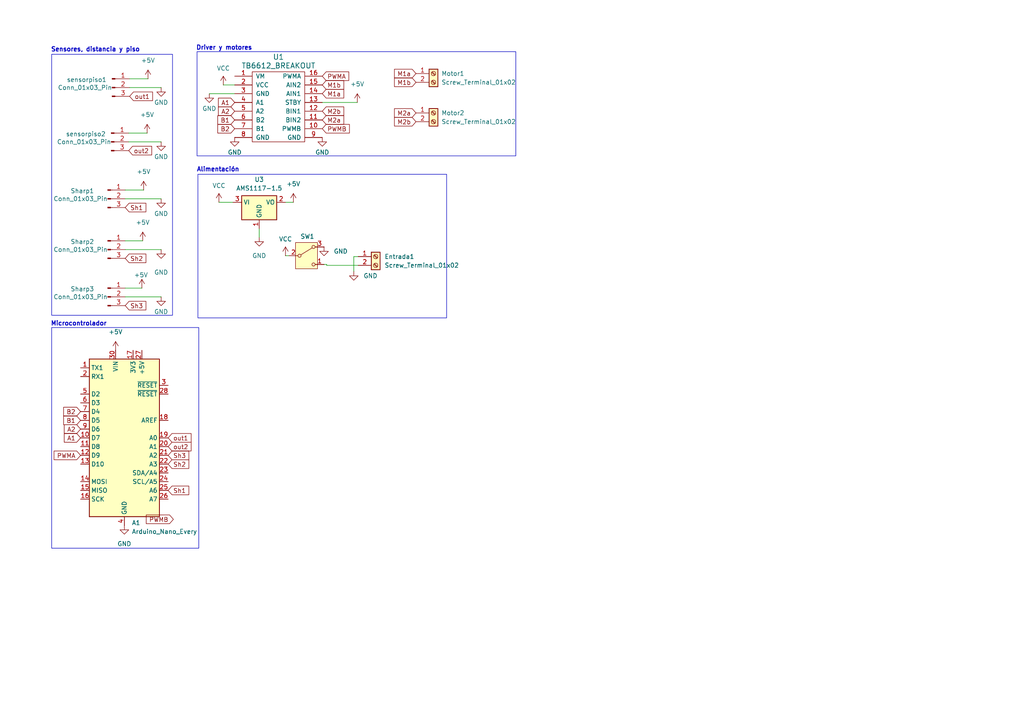
<source format=kicad_sch>
(kicad_sch
	(version 20250114)
	(generator "eeschema")
	(generator_version "9.0")
	(uuid "c8e32ed7-8f1c-4446-9152-6dc117f7549f")
	(paper "A4")
	(lib_symbols
		(symbol "Connector:Conn_01x03_Pin"
			(pin_names
				(offset 1.016)
				(hide yes)
			)
			(exclude_from_sim no)
			(in_bom yes)
			(on_board yes)
			(property "Reference" "J"
				(at 0 5.08 0)
				(effects
					(font
						(size 1.27 1.27)
					)
				)
			)
			(property "Value" "Conn_01x03_Pin"
				(at 0 -5.08 0)
				(effects
					(font
						(size 1.27 1.27)
					)
				)
			)
			(property "Footprint" ""
				(at 0 0 0)
				(effects
					(font
						(size 1.27 1.27)
					)
					(hide yes)
				)
			)
			(property "Datasheet" "~"
				(at 0 0 0)
				(effects
					(font
						(size 1.27 1.27)
					)
					(hide yes)
				)
			)
			(property "Description" "Generic connector, single row, 01x03, script generated"
				(at 0 0 0)
				(effects
					(font
						(size 1.27 1.27)
					)
					(hide yes)
				)
			)
			(property "ki_locked" ""
				(at 0 0 0)
				(effects
					(font
						(size 1.27 1.27)
					)
				)
			)
			(property "ki_keywords" "connector"
				(at 0 0 0)
				(effects
					(font
						(size 1.27 1.27)
					)
					(hide yes)
				)
			)
			(property "ki_fp_filters" "Connector*:*_1x??_*"
				(at 0 0 0)
				(effects
					(font
						(size 1.27 1.27)
					)
					(hide yes)
				)
			)
			(symbol "Conn_01x03_Pin_1_1"
				(rectangle
					(start 0.8636 2.667)
					(end 0 2.413)
					(stroke
						(width 0.1524)
						(type default)
					)
					(fill
						(type outline)
					)
				)
				(rectangle
					(start 0.8636 0.127)
					(end 0 -0.127)
					(stroke
						(width 0.1524)
						(type default)
					)
					(fill
						(type outline)
					)
				)
				(rectangle
					(start 0.8636 -2.413)
					(end 0 -2.667)
					(stroke
						(width 0.1524)
						(type default)
					)
					(fill
						(type outline)
					)
				)
				(polyline
					(pts
						(xy 1.27 2.54) (xy 0.8636 2.54)
					)
					(stroke
						(width 0.1524)
						(type default)
					)
					(fill
						(type none)
					)
				)
				(polyline
					(pts
						(xy 1.27 0) (xy 0.8636 0)
					)
					(stroke
						(width 0.1524)
						(type default)
					)
					(fill
						(type none)
					)
				)
				(polyline
					(pts
						(xy 1.27 -2.54) (xy 0.8636 -2.54)
					)
					(stroke
						(width 0.1524)
						(type default)
					)
					(fill
						(type none)
					)
				)
				(pin passive line
					(at 5.08 2.54 180)
					(length 3.81)
					(name "Pin_1"
						(effects
							(font
								(size 1.27 1.27)
							)
						)
					)
					(number "1"
						(effects
							(font
								(size 1.27 1.27)
							)
						)
					)
				)
				(pin passive line
					(at 5.08 0 180)
					(length 3.81)
					(name "Pin_2"
						(effects
							(font
								(size 1.27 1.27)
							)
						)
					)
					(number "2"
						(effects
							(font
								(size 1.27 1.27)
							)
						)
					)
				)
				(pin passive line
					(at 5.08 -2.54 180)
					(length 3.81)
					(name "Pin_3"
						(effects
							(font
								(size 1.27 1.27)
							)
						)
					)
					(number "3"
						(effects
							(font
								(size 1.27 1.27)
							)
						)
					)
				)
			)
			(embedded_fonts no)
		)
		(symbol "Connector:Screw_Terminal_01x02"
			(pin_names
				(offset 1.016)
				(hide yes)
			)
			(exclude_from_sim no)
			(in_bom yes)
			(on_board yes)
			(property "Reference" "J"
				(at 0 2.54 0)
				(effects
					(font
						(size 1.27 1.27)
					)
				)
			)
			(property "Value" "Screw_Terminal_01x02"
				(at 0 -5.08 0)
				(effects
					(font
						(size 1.27 1.27)
					)
				)
			)
			(property "Footprint" ""
				(at 0 0 0)
				(effects
					(font
						(size 1.27 1.27)
					)
					(hide yes)
				)
			)
			(property "Datasheet" "~"
				(at 0 0 0)
				(effects
					(font
						(size 1.27 1.27)
					)
					(hide yes)
				)
			)
			(property "Description" "Generic screw terminal, single row, 01x02, script generated (kicad-library-utils/schlib/autogen/connector/)"
				(at 0 0 0)
				(effects
					(font
						(size 1.27 1.27)
					)
					(hide yes)
				)
			)
			(property "ki_keywords" "screw terminal"
				(at 0 0 0)
				(effects
					(font
						(size 1.27 1.27)
					)
					(hide yes)
				)
			)
			(property "ki_fp_filters" "TerminalBlock*:*"
				(at 0 0 0)
				(effects
					(font
						(size 1.27 1.27)
					)
					(hide yes)
				)
			)
			(symbol "Screw_Terminal_01x02_1_1"
				(rectangle
					(start -1.27 1.27)
					(end 1.27 -3.81)
					(stroke
						(width 0.254)
						(type default)
					)
					(fill
						(type background)
					)
				)
				(polyline
					(pts
						(xy -0.5334 0.3302) (xy 0.3302 -0.508)
					)
					(stroke
						(width 0.1524)
						(type default)
					)
					(fill
						(type none)
					)
				)
				(polyline
					(pts
						(xy -0.5334 -2.2098) (xy 0.3302 -3.048)
					)
					(stroke
						(width 0.1524)
						(type default)
					)
					(fill
						(type none)
					)
				)
				(polyline
					(pts
						(xy -0.3556 0.508) (xy 0.508 -0.3302)
					)
					(stroke
						(width 0.1524)
						(type default)
					)
					(fill
						(type none)
					)
				)
				(polyline
					(pts
						(xy -0.3556 -2.032) (xy 0.508 -2.8702)
					)
					(stroke
						(width 0.1524)
						(type default)
					)
					(fill
						(type none)
					)
				)
				(circle
					(center 0 0)
					(radius 0.635)
					(stroke
						(width 0.1524)
						(type default)
					)
					(fill
						(type none)
					)
				)
				(circle
					(center 0 -2.54)
					(radius 0.635)
					(stroke
						(width 0.1524)
						(type default)
					)
					(fill
						(type none)
					)
				)
				(pin passive line
					(at -5.08 0 0)
					(length 3.81)
					(name "Pin_1"
						(effects
							(font
								(size 1.27 1.27)
							)
						)
					)
					(number "1"
						(effects
							(font
								(size 1.27 1.27)
							)
						)
					)
				)
				(pin passive line
					(at -5.08 -2.54 0)
					(length 3.81)
					(name "Pin_2"
						(effects
							(font
								(size 1.27 1.27)
							)
						)
					)
					(number "2"
						(effects
							(font
								(size 1.27 1.27)
							)
						)
					)
				)
			)
			(embedded_fonts no)
		)
		(symbol "EESTN5:TB6612_BREAKOUT"
			(pin_names
				(offset 1.016)
			)
			(exclude_from_sim no)
			(in_bom yes)
			(on_board yes)
			(property "Reference" "U"
				(at 0 11.43 0)
				(effects
					(font
						(size 1.524 1.524)
					)
				)
			)
			(property "Value" "TB6612_BREAKOUT"
				(at 0 -13.97 0)
				(effects
					(font
						(size 1.524 1.524)
					)
				)
			)
			(property "Footprint" ""
				(at 0 -1.27 0)
				(effects
					(font
						(size 1.524 1.524)
					)
					(hide yes)
				)
			)
			(property "Datasheet" ""
				(at 0 -1.27 0)
				(effects
					(font
						(size 1.524 1.524)
					)
					(hide yes)
				)
			)
			(property "Description" "BreakOut Board for TB6612"
				(at 0 0 0)
				(effects
					(font
						(size 1.27 1.27)
					)
					(hide yes)
				)
			)
			(property "ki_keywords" "TB6612"
				(at 0 0 0)
				(effects
					(font
						(size 1.27 1.27)
					)
					(hide yes)
				)
			)
			(property "ki_fp_filters" "TB6612*"
				(at 0 0 0)
				(effects
					(font
						(size 1.27 1.27)
					)
					(hide yes)
				)
			)
			(symbol "TB6612_BREAKOUT_0_1"
				(rectangle
					(start -7.62 10.16)
					(end 7.62 -10.16)
					(stroke
						(width 0)
						(type default)
					)
					(fill
						(type none)
					)
				)
			)
			(symbol "TB6612_BREAKOUT_1_1"
				(pin passive line
					(at -12.7 8.89 0)
					(length 5.08)
					(name "VM"
						(effects
							(font
								(size 1.27 1.27)
							)
						)
					)
					(number "1"
						(effects
							(font
								(size 1.27 1.27)
							)
						)
					)
				)
				(pin passive line
					(at -12.7 6.35 0)
					(length 5.08)
					(name "VCC"
						(effects
							(font
								(size 1.27 1.27)
							)
						)
					)
					(number "2"
						(effects
							(font
								(size 1.27 1.27)
							)
						)
					)
				)
				(pin passive line
					(at -12.7 3.81 0)
					(length 5.08)
					(name "GND"
						(effects
							(font
								(size 1.27 1.27)
							)
						)
					)
					(number "3"
						(effects
							(font
								(size 1.27 1.27)
							)
						)
					)
				)
				(pin passive line
					(at -12.7 1.27 0)
					(length 5.08)
					(name "A1"
						(effects
							(font
								(size 1.27 1.27)
							)
						)
					)
					(number "4"
						(effects
							(font
								(size 1.27 1.27)
							)
						)
					)
				)
				(pin passive line
					(at -12.7 -1.27 0)
					(length 5.08)
					(name "A2"
						(effects
							(font
								(size 1.27 1.27)
							)
						)
					)
					(number "5"
						(effects
							(font
								(size 1.27 1.27)
							)
						)
					)
				)
				(pin passive line
					(at -12.7 -3.81 0)
					(length 5.08)
					(name "B2"
						(effects
							(font
								(size 1.27 1.27)
							)
						)
					)
					(number "6"
						(effects
							(font
								(size 1.27 1.27)
							)
						)
					)
				)
				(pin passive line
					(at -12.7 -6.35 0)
					(length 5.08)
					(name "B1"
						(effects
							(font
								(size 1.27 1.27)
							)
						)
					)
					(number "7"
						(effects
							(font
								(size 1.27 1.27)
							)
						)
					)
				)
				(pin passive line
					(at -12.7 -8.89 0)
					(length 5.08)
					(name "GND"
						(effects
							(font
								(size 1.27 1.27)
							)
						)
					)
					(number "8"
						(effects
							(font
								(size 1.27 1.27)
							)
						)
					)
				)
				(pin passive line
					(at 12.7 8.89 180)
					(length 5.08)
					(name "PWMA"
						(effects
							(font
								(size 1.27 1.27)
							)
						)
					)
					(number "16"
						(effects
							(font
								(size 1.27 1.27)
							)
						)
					)
				)
				(pin passive line
					(at 12.7 6.35 180)
					(length 5.08)
					(name "AIN2"
						(effects
							(font
								(size 1.27 1.27)
							)
						)
					)
					(number "15"
						(effects
							(font
								(size 1.27 1.27)
							)
						)
					)
				)
				(pin passive line
					(at 12.7 3.81 180)
					(length 5.08)
					(name "AIN1"
						(effects
							(font
								(size 1.27 1.27)
							)
						)
					)
					(number "14"
						(effects
							(font
								(size 1.27 1.27)
							)
						)
					)
				)
				(pin passive line
					(at 12.7 1.27 180)
					(length 5.08)
					(name "STBY"
						(effects
							(font
								(size 1.27 1.27)
							)
						)
					)
					(number "13"
						(effects
							(font
								(size 1.27 1.27)
							)
						)
					)
				)
				(pin passive line
					(at 12.7 -1.27 180)
					(length 5.08)
					(name "BIN1"
						(effects
							(font
								(size 1.27 1.27)
							)
						)
					)
					(number "12"
						(effects
							(font
								(size 1.27 1.27)
							)
						)
					)
				)
				(pin passive line
					(at 12.7 -3.81 180)
					(length 5.08)
					(name "BIN2"
						(effects
							(font
								(size 1.27 1.27)
							)
						)
					)
					(number "11"
						(effects
							(font
								(size 1.27 1.27)
							)
						)
					)
				)
				(pin passive line
					(at 12.7 -6.35 180)
					(length 5.08)
					(name "PWMB"
						(effects
							(font
								(size 1.27 1.27)
							)
						)
					)
					(number "10"
						(effects
							(font
								(size 1.27 1.27)
							)
						)
					)
				)
				(pin passive line
					(at 12.7 -8.89 180)
					(length 5.08)
					(name "GND"
						(effects
							(font
								(size 1.27 1.27)
							)
						)
					)
					(number "9"
						(effects
							(font
								(size 1.27 1.27)
							)
						)
					)
				)
			)
			(embedded_fonts no)
		)
		(symbol "MCU_Module:Arduino_Nano_Every"
			(exclude_from_sim no)
			(in_bom yes)
			(on_board yes)
			(property "Reference" "A"
				(at -10.16 23.495 0)
				(effects
					(font
						(size 1.27 1.27)
					)
					(justify left bottom)
				)
			)
			(property "Value" "Arduino_Nano_Every"
				(at 5.08 -24.13 0)
				(effects
					(font
						(size 1.27 1.27)
					)
					(justify left top)
				)
			)
			(property "Footprint" "Module:Arduino_Nano"
				(at 0 0 0)
				(effects
					(font
						(size 1.27 1.27)
						(italic yes)
					)
					(hide yes)
				)
			)
			(property "Datasheet" "https://content.arduino.cc/assets/NANOEveryV3.0_sch.pdf"
				(at 0 0 0)
				(effects
					(font
						(size 1.27 1.27)
					)
					(hide yes)
				)
			)
			(property "Description" "Arduino Nano Every"
				(at 0 0 0)
				(effects
					(font
						(size 1.27 1.27)
					)
					(hide yes)
				)
			)
			(property "ki_keywords" "Arduino nano microcontroller module USB UPDI AATMega4809 AVR"
				(at 0 0 0)
				(effects
					(font
						(size 1.27 1.27)
					)
					(hide yes)
				)
			)
			(property "ki_fp_filters" "Arduino*Nano*"
				(at 0 0 0)
				(effects
					(font
						(size 1.27 1.27)
					)
					(hide yes)
				)
			)
			(symbol "Arduino_Nano_Every_0_1"
				(rectangle
					(start -10.16 22.86)
					(end 10.16 -22.86)
					(stroke
						(width 0.254)
						(type default)
					)
					(fill
						(type background)
					)
				)
			)
			(symbol "Arduino_Nano_Every_1_1"
				(pin bidirectional line
					(at -12.7 20.32 0)
					(length 2.54)
					(name "TX1"
						(effects
							(font
								(size 1.27 1.27)
							)
						)
					)
					(number "1"
						(effects
							(font
								(size 1.27 1.27)
							)
						)
					)
				)
				(pin bidirectional line
					(at -12.7 17.78 0)
					(length 2.54)
					(name "RX1"
						(effects
							(font
								(size 1.27 1.27)
							)
						)
					)
					(number "2"
						(effects
							(font
								(size 1.27 1.27)
							)
						)
					)
				)
				(pin bidirectional line
					(at -12.7 12.7 0)
					(length 2.54)
					(name "D2"
						(effects
							(font
								(size 1.27 1.27)
							)
						)
					)
					(number "5"
						(effects
							(font
								(size 1.27 1.27)
							)
						)
					)
				)
				(pin bidirectional line
					(at -12.7 10.16 0)
					(length 2.54)
					(name "D3"
						(effects
							(font
								(size 1.27 1.27)
							)
						)
					)
					(number "6"
						(effects
							(font
								(size 1.27 1.27)
							)
						)
					)
				)
				(pin bidirectional line
					(at -12.7 7.62 0)
					(length 2.54)
					(name "D4"
						(effects
							(font
								(size 1.27 1.27)
							)
						)
					)
					(number "7"
						(effects
							(font
								(size 1.27 1.27)
							)
						)
					)
				)
				(pin bidirectional line
					(at -12.7 5.08 0)
					(length 2.54)
					(name "D5"
						(effects
							(font
								(size 1.27 1.27)
							)
						)
					)
					(number "8"
						(effects
							(font
								(size 1.27 1.27)
							)
						)
					)
				)
				(pin bidirectional line
					(at -12.7 2.54 0)
					(length 2.54)
					(name "D6"
						(effects
							(font
								(size 1.27 1.27)
							)
						)
					)
					(number "9"
						(effects
							(font
								(size 1.27 1.27)
							)
						)
					)
				)
				(pin bidirectional line
					(at -12.7 0 0)
					(length 2.54)
					(name "D7"
						(effects
							(font
								(size 1.27 1.27)
							)
						)
					)
					(number "10"
						(effects
							(font
								(size 1.27 1.27)
							)
						)
					)
				)
				(pin bidirectional line
					(at -12.7 -2.54 0)
					(length 2.54)
					(name "D8"
						(effects
							(font
								(size 1.27 1.27)
							)
						)
					)
					(number "11"
						(effects
							(font
								(size 1.27 1.27)
							)
						)
					)
				)
				(pin bidirectional line
					(at -12.7 -5.08 0)
					(length 2.54)
					(name "D9"
						(effects
							(font
								(size 1.27 1.27)
							)
						)
					)
					(number "12"
						(effects
							(font
								(size 1.27 1.27)
							)
						)
					)
				)
				(pin bidirectional line
					(at -12.7 -7.62 0)
					(length 2.54)
					(name "D10"
						(effects
							(font
								(size 1.27 1.27)
							)
						)
					)
					(number "13"
						(effects
							(font
								(size 1.27 1.27)
							)
						)
					)
				)
				(pin bidirectional line
					(at -12.7 -12.7 0)
					(length 2.54)
					(name "MOSI"
						(effects
							(font
								(size 1.27 1.27)
							)
						)
					)
					(number "14"
						(effects
							(font
								(size 1.27 1.27)
							)
						)
					)
				)
				(pin bidirectional line
					(at -12.7 -15.24 0)
					(length 2.54)
					(name "MISO"
						(effects
							(font
								(size 1.27 1.27)
							)
						)
					)
					(number "15"
						(effects
							(font
								(size 1.27 1.27)
							)
						)
					)
				)
				(pin bidirectional line
					(at -12.7 -17.78 0)
					(length 2.54)
					(name "SCK"
						(effects
							(font
								(size 1.27 1.27)
							)
						)
					)
					(number "16"
						(effects
							(font
								(size 1.27 1.27)
							)
						)
					)
				)
				(pin power_in line
					(at -2.54 25.4 270)
					(length 2.54)
					(name "VIN"
						(effects
							(font
								(size 1.27 1.27)
							)
						)
					)
					(number "30"
						(effects
							(font
								(size 1.27 1.27)
							)
						)
					)
				)
				(pin passive line
					(at 0 -25.4 90)
					(length 2.54)
					(hide yes)
					(name "GND"
						(effects
							(font
								(size 1.27 1.27)
							)
						)
					)
					(number "29"
						(effects
							(font
								(size 1.27 1.27)
							)
						)
					)
				)
				(pin power_in line
					(at 0 -25.4 90)
					(length 2.54)
					(name "GND"
						(effects
							(font
								(size 1.27 1.27)
							)
						)
					)
					(number "4"
						(effects
							(font
								(size 1.27 1.27)
							)
						)
					)
				)
				(pin power_out line
					(at 2.54 25.4 270)
					(length 2.54)
					(name "3V3"
						(effects
							(font
								(size 1.27 1.27)
							)
						)
					)
					(number "17"
						(effects
							(font
								(size 1.27 1.27)
							)
						)
					)
				)
				(pin power_out line
					(at 5.08 25.4 270)
					(length 2.54)
					(name "+5V"
						(effects
							(font
								(size 1.27 1.27)
							)
						)
					)
					(number "27"
						(effects
							(font
								(size 1.27 1.27)
							)
						)
					)
				)
				(pin input line
					(at 12.7 15.24 180)
					(length 2.54)
					(name "~{RESET}"
						(effects
							(font
								(size 1.27 1.27)
							)
						)
					)
					(number "3"
						(effects
							(font
								(size 1.27 1.27)
							)
						)
					)
				)
				(pin input line
					(at 12.7 12.7 180)
					(length 2.54)
					(name "~{RESET}"
						(effects
							(font
								(size 1.27 1.27)
							)
						)
					)
					(number "28"
						(effects
							(font
								(size 1.27 1.27)
							)
						)
					)
				)
				(pin input line
					(at 12.7 5.08 180)
					(length 2.54)
					(name "AREF"
						(effects
							(font
								(size 1.27 1.27)
							)
						)
					)
					(number "18"
						(effects
							(font
								(size 1.27 1.27)
							)
						)
					)
				)
				(pin bidirectional line
					(at 12.7 0 180)
					(length 2.54)
					(name "A0"
						(effects
							(font
								(size 1.27 1.27)
							)
						)
					)
					(number "19"
						(effects
							(font
								(size 1.27 1.27)
							)
						)
					)
				)
				(pin bidirectional line
					(at 12.7 -2.54 180)
					(length 2.54)
					(name "A1"
						(effects
							(font
								(size 1.27 1.27)
							)
						)
					)
					(number "20"
						(effects
							(font
								(size 1.27 1.27)
							)
						)
					)
				)
				(pin bidirectional line
					(at 12.7 -5.08 180)
					(length 2.54)
					(name "A2"
						(effects
							(font
								(size 1.27 1.27)
							)
						)
					)
					(number "21"
						(effects
							(font
								(size 1.27 1.27)
							)
						)
					)
				)
				(pin bidirectional line
					(at 12.7 -7.62 180)
					(length 2.54)
					(name "A3"
						(effects
							(font
								(size 1.27 1.27)
							)
						)
					)
					(number "22"
						(effects
							(font
								(size 1.27 1.27)
							)
						)
					)
				)
				(pin bidirectional line
					(at 12.7 -10.16 180)
					(length 2.54)
					(name "SDA/A4"
						(effects
							(font
								(size 1.27 1.27)
							)
						)
					)
					(number "23"
						(effects
							(font
								(size 1.27 1.27)
							)
						)
					)
				)
				(pin bidirectional line
					(at 12.7 -12.7 180)
					(length 2.54)
					(name "SCL/A5"
						(effects
							(font
								(size 1.27 1.27)
							)
						)
					)
					(number "24"
						(effects
							(font
								(size 1.27 1.27)
							)
						)
					)
				)
				(pin bidirectional line
					(at 12.7 -15.24 180)
					(length 2.54)
					(name "A6"
						(effects
							(font
								(size 1.27 1.27)
							)
						)
					)
					(number "25"
						(effects
							(font
								(size 1.27 1.27)
							)
						)
					)
				)
				(pin bidirectional line
					(at 12.7 -17.78 180)
					(length 2.54)
					(name "A7"
						(effects
							(font
								(size 1.27 1.27)
							)
						)
					)
					(number "26"
						(effects
							(font
								(size 1.27 1.27)
							)
						)
					)
				)
			)
			(embedded_fonts no)
		)
		(symbol "Regulator_Linear:AMS1117-1.5"
			(exclude_from_sim no)
			(in_bom yes)
			(on_board yes)
			(property "Reference" "U"
				(at -3.81 3.175 0)
				(effects
					(font
						(size 1.27 1.27)
					)
				)
			)
			(property "Value" "AMS1117-1.5"
				(at 0 3.175 0)
				(effects
					(font
						(size 1.27 1.27)
					)
					(justify left)
				)
			)
			(property "Footprint" "Package_TO_SOT_SMD:SOT-223-3_TabPin2"
				(at 0 5.08 0)
				(effects
					(font
						(size 1.27 1.27)
					)
					(hide yes)
				)
			)
			(property "Datasheet" "http://www.advanced-monolithic.com/pdf/ds1117.pdf"
				(at 2.54 -6.35 0)
				(effects
					(font
						(size 1.27 1.27)
					)
					(hide yes)
				)
			)
			(property "Description" "1A Low Dropout regulator, positive, 1.5V fixed output, SOT-223"
				(at 0 0 0)
				(effects
					(font
						(size 1.27 1.27)
					)
					(hide yes)
				)
			)
			(property "ki_keywords" "linear regulator ldo fixed positive"
				(at 0 0 0)
				(effects
					(font
						(size 1.27 1.27)
					)
					(hide yes)
				)
			)
			(property "ki_fp_filters" "SOT?223*TabPin2*"
				(at 0 0 0)
				(effects
					(font
						(size 1.27 1.27)
					)
					(hide yes)
				)
			)
			(symbol "AMS1117-1.5_0_1"
				(rectangle
					(start -5.08 -5.08)
					(end 5.08 1.905)
					(stroke
						(width 0.254)
						(type default)
					)
					(fill
						(type background)
					)
				)
			)
			(symbol "AMS1117-1.5_1_1"
				(pin power_in line
					(at -7.62 0 0)
					(length 2.54)
					(name "VI"
						(effects
							(font
								(size 1.27 1.27)
							)
						)
					)
					(number "3"
						(effects
							(font
								(size 1.27 1.27)
							)
						)
					)
				)
				(pin power_in line
					(at 0 -7.62 90)
					(length 2.54)
					(name "GND"
						(effects
							(font
								(size 1.27 1.27)
							)
						)
					)
					(number "1"
						(effects
							(font
								(size 1.27 1.27)
							)
						)
					)
				)
				(pin power_out line
					(at 7.62 0 180)
					(length 2.54)
					(name "VO"
						(effects
							(font
								(size 1.27 1.27)
							)
						)
					)
					(number "2"
						(effects
							(font
								(size 1.27 1.27)
							)
						)
					)
				)
			)
			(embedded_fonts no)
		)
		(symbol "Switch:SW_Nidec_CAS-120A1"
			(pin_names
				(offset 1)
				(hide yes)
			)
			(exclude_from_sim no)
			(in_bom yes)
			(on_board yes)
			(property "Reference" "SW"
				(at 0 4.318 0)
				(effects
					(font
						(size 1.27 1.27)
					)
				)
			)
			(property "Value" "SW_Nidec_CAS-120A1"
				(at 0 -5.08 0)
				(effects
					(font
						(size 1.27 1.27)
					)
				)
			)
			(property "Footprint" "Button_Switch_SMD:Nidec_Copal_CAS-120A"
				(at 0 -10.16 0)
				(effects
					(font
						(size 1.27 1.27)
					)
					(hide yes)
				)
			)
			(property "Datasheet" "https://www.nidec-components.com/e/catalog/switch/cas.pdf"
				(at 0 -7.62 0)
				(effects
					(font
						(size 1.27 1.27)
					)
					(hide yes)
				)
			)
			(property "Description" "Switch, single pole double throw"
				(at 0 0 0)
				(effects
					(font
						(size 1.27 1.27)
					)
					(hide yes)
				)
			)
			(property "ki_keywords" "switch single-pole double-throw spdt ON-ON"
				(at 0 0 0)
				(effects
					(font
						(size 1.27 1.27)
					)
					(hide yes)
				)
			)
			(property "ki_fp_filters" "*Nidec?Copal?CAS?120A*"
				(at 0 0 0)
				(effects
					(font
						(size 1.27 1.27)
					)
					(hide yes)
				)
			)
			(symbol "SW_Nidec_CAS-120A1_0_1"
				(circle
					(center -2.032 0)
					(radius 0.4572)
					(stroke
						(width 0)
						(type default)
					)
					(fill
						(type none)
					)
				)
				(polyline
					(pts
						(xy -1.651 0.254) (xy 1.651 2.286)
					)
					(stroke
						(width 0)
						(type default)
					)
					(fill
						(type none)
					)
				)
				(circle
					(center 2.032 2.54)
					(radius 0.4572)
					(stroke
						(width 0)
						(type default)
					)
					(fill
						(type none)
					)
				)
				(circle
					(center 2.032 -2.54)
					(radius 0.4572)
					(stroke
						(width 0)
						(type default)
					)
					(fill
						(type none)
					)
				)
			)
			(symbol "SW_Nidec_CAS-120A1_1_1"
				(rectangle
					(start -3.175 3.81)
					(end 3.175 -3.81)
					(stroke
						(width 0)
						(type default)
					)
					(fill
						(type background)
					)
				)
				(pin passive line
					(at -5.08 0 0)
					(length 2.54)
					(name "B"
						(effects
							(font
								(size 1.27 1.27)
							)
						)
					)
					(number "2"
						(effects
							(font
								(size 1.27 1.27)
							)
						)
					)
				)
				(pin passive line
					(at 5.08 2.54 180)
					(length 2.54)
					(name "A"
						(effects
							(font
								(size 1.27 1.27)
							)
						)
					)
					(number "3"
						(effects
							(font
								(size 1.27 1.27)
							)
						)
					)
				)
				(pin passive line
					(at 5.08 -2.54 180)
					(length 2.54)
					(name "C"
						(effects
							(font
								(size 1.27 1.27)
							)
						)
					)
					(number "1"
						(effects
							(font
								(size 1.27 1.27)
							)
						)
					)
				)
			)
			(embedded_fonts no)
		)
		(symbol "power:+5V"
			(power)
			(pin_numbers
				(hide yes)
			)
			(pin_names
				(offset 0)
				(hide yes)
			)
			(exclude_from_sim no)
			(in_bom yes)
			(on_board yes)
			(property "Reference" "#PWR"
				(at 0 -3.81 0)
				(effects
					(font
						(size 1.27 1.27)
					)
					(hide yes)
				)
			)
			(property "Value" "+5V"
				(at 0 3.556 0)
				(effects
					(font
						(size 1.27 1.27)
					)
				)
			)
			(property "Footprint" ""
				(at 0 0 0)
				(effects
					(font
						(size 1.27 1.27)
					)
					(hide yes)
				)
			)
			(property "Datasheet" ""
				(at 0 0 0)
				(effects
					(font
						(size 1.27 1.27)
					)
					(hide yes)
				)
			)
			(property "Description" "Power symbol creates a global label with name \"+5V\""
				(at 0 0 0)
				(effects
					(font
						(size 1.27 1.27)
					)
					(hide yes)
				)
			)
			(property "ki_keywords" "global power"
				(at 0 0 0)
				(effects
					(font
						(size 1.27 1.27)
					)
					(hide yes)
				)
			)
			(symbol "+5V_0_1"
				(polyline
					(pts
						(xy -0.762 1.27) (xy 0 2.54)
					)
					(stroke
						(width 0)
						(type default)
					)
					(fill
						(type none)
					)
				)
				(polyline
					(pts
						(xy 0 2.54) (xy 0.762 1.27)
					)
					(stroke
						(width 0)
						(type default)
					)
					(fill
						(type none)
					)
				)
				(polyline
					(pts
						(xy 0 0) (xy 0 2.54)
					)
					(stroke
						(width 0)
						(type default)
					)
					(fill
						(type none)
					)
				)
			)
			(symbol "+5V_1_1"
				(pin power_in line
					(at 0 0 90)
					(length 0)
					(name "~"
						(effects
							(font
								(size 1.27 1.27)
							)
						)
					)
					(number "1"
						(effects
							(font
								(size 1.27 1.27)
							)
						)
					)
				)
			)
			(embedded_fonts no)
		)
		(symbol "power:GND"
			(power)
			(pin_numbers
				(hide yes)
			)
			(pin_names
				(offset 0)
				(hide yes)
			)
			(exclude_from_sim no)
			(in_bom yes)
			(on_board yes)
			(property "Reference" "#PWR"
				(at 0 -6.35 0)
				(effects
					(font
						(size 1.27 1.27)
					)
					(hide yes)
				)
			)
			(property "Value" "GND"
				(at 0 -3.81 0)
				(effects
					(font
						(size 1.27 1.27)
					)
				)
			)
			(property "Footprint" ""
				(at 0 0 0)
				(effects
					(font
						(size 1.27 1.27)
					)
					(hide yes)
				)
			)
			(property "Datasheet" ""
				(at 0 0 0)
				(effects
					(font
						(size 1.27 1.27)
					)
					(hide yes)
				)
			)
			(property "Description" "Power symbol creates a global label with name \"GND\" , ground"
				(at 0 0 0)
				(effects
					(font
						(size 1.27 1.27)
					)
					(hide yes)
				)
			)
			(property "ki_keywords" "global power"
				(at 0 0 0)
				(effects
					(font
						(size 1.27 1.27)
					)
					(hide yes)
				)
			)
			(symbol "GND_0_1"
				(polyline
					(pts
						(xy 0 0) (xy 0 -1.27) (xy 1.27 -1.27) (xy 0 -2.54) (xy -1.27 -1.27) (xy 0 -1.27)
					)
					(stroke
						(width 0)
						(type default)
					)
					(fill
						(type none)
					)
				)
			)
			(symbol "GND_1_1"
				(pin power_in line
					(at 0 0 270)
					(length 0)
					(name "~"
						(effects
							(font
								(size 1.27 1.27)
							)
						)
					)
					(number "1"
						(effects
							(font
								(size 1.27 1.27)
							)
						)
					)
				)
			)
			(embedded_fonts no)
		)
		(symbol "power:VCC"
			(power)
			(pin_numbers
				(hide yes)
			)
			(pin_names
				(offset 0)
				(hide yes)
			)
			(exclude_from_sim no)
			(in_bom yes)
			(on_board yes)
			(property "Reference" "#PWR"
				(at 0 -3.81 0)
				(effects
					(font
						(size 1.27 1.27)
					)
					(hide yes)
				)
			)
			(property "Value" "VCC"
				(at 0 3.556 0)
				(effects
					(font
						(size 1.27 1.27)
					)
				)
			)
			(property "Footprint" ""
				(at 0 0 0)
				(effects
					(font
						(size 1.27 1.27)
					)
					(hide yes)
				)
			)
			(property "Datasheet" ""
				(at 0 0 0)
				(effects
					(font
						(size 1.27 1.27)
					)
					(hide yes)
				)
			)
			(property "Description" "Power symbol creates a global label with name \"VCC\""
				(at 0 0 0)
				(effects
					(font
						(size 1.27 1.27)
					)
					(hide yes)
				)
			)
			(property "ki_keywords" "global power"
				(at 0 0 0)
				(effects
					(font
						(size 1.27 1.27)
					)
					(hide yes)
				)
			)
			(symbol "VCC_0_1"
				(polyline
					(pts
						(xy -0.762 1.27) (xy 0 2.54)
					)
					(stroke
						(width 0)
						(type default)
					)
					(fill
						(type none)
					)
				)
				(polyline
					(pts
						(xy 0 2.54) (xy 0.762 1.27)
					)
					(stroke
						(width 0)
						(type default)
					)
					(fill
						(type none)
					)
				)
				(polyline
					(pts
						(xy 0 0) (xy 0 2.54)
					)
					(stroke
						(width 0)
						(type default)
					)
					(fill
						(type none)
					)
				)
			)
			(symbol "VCC_1_1"
				(pin power_in line
					(at 0 0 90)
					(length 0)
					(name "~"
						(effects
							(font
								(size 1.27 1.27)
							)
						)
					)
					(number "1"
						(effects
							(font
								(size 1.27 1.27)
							)
						)
					)
				)
			)
			(embedded_fonts no)
		)
	)
	(rectangle
		(start 57.15 14.986)
		(end 149.606 45.212)
		(stroke
			(width 0)
			(type default)
		)
		(fill
			(type none)
		)
		(uuid 031ce8a6-1a0f-4a74-85ab-045eade807a0)
	)
	(rectangle
		(start 14.986 94.996)
		(end 57.658 159.004)
		(stroke
			(width 0)
			(type default)
		)
		(fill
			(type none)
		)
		(uuid 47f36206-a131-47fb-8dba-80fb6c605ade)
	)
	(rectangle
		(start 57.404 50.546)
		(end 129.54 92.202)
		(stroke
			(width 0)
			(type default)
		)
		(fill
			(type none)
		)
		(uuid 6d7bf664-cb06-4de9-98bf-a9b509230759)
	)
	(rectangle
		(start 14.986 15.748)
		(end 50.038 91.44)
		(stroke
			(width 0)
			(type default)
		)
		(fill
			(type none)
		)
		(uuid 9ee47c83-e966-4bf6-a5e1-1a36cf98f1b2)
	)
	(text "Alimentación"
		(exclude_from_sim no)
		(at 63.246 49.276 0)
		(effects
			(font
				(size 1.27 1.27)
				(thickness 0.254)
				(bold yes)
			)
		)
		(uuid "01902133-9247-40dd-adef-684b22b68da7")
	)
	(text "Microcontrolador\n"
		(exclude_from_sim no)
		(at 22.86 93.98 0)
		(effects
			(font
				(size 1.27 1.27)
				(thickness 0.254)
				(bold yes)
			)
		)
		(uuid "707404e3-fbe8-42c2-8183-75a34d4a4d32")
	)
	(text "Sensores, distancia y piso\n"
		(exclude_from_sim no)
		(at 27.686 14.478 0)
		(effects
			(font
				(size 1.27 1.27)
				(thickness 0.254)
				(bold yes)
			)
		)
		(uuid "82414190-0dc4-45db-b520-d09afe9cc534")
	)
	(text "Driver y motores\n"
		(exclude_from_sim no)
		(at 65.024 13.97 0)
		(effects
			(font
				(size 1.27 1.27)
				(thickness 0.254)
				(bold yes)
			)
		)
		(uuid "d9205e57-1d16-4056-b49d-21bfbe2baea2")
	)
	(wire
		(pts
			(xy 41.148 83.566) (xy 36.322 83.566)
		)
		(stroke
			(width 0)
			(type default)
		)
		(uuid "0002707b-0dc7-47a2-8399-c96431de9402")
	)
	(wire
		(pts
			(xy 46.736 41.148) (xy 37.338 41.148)
		)
		(stroke
			(width 0)
			(type default)
		)
		(uuid "018b81db-4623-4784-9a99-26c43c437fb9")
	)
	(wire
		(pts
			(xy 94.742 76.708) (xy 93.98 76.708)
		)
		(stroke
			(width 0)
			(type default)
		)
		(uuid "06690f11-fb7d-417c-8c1e-0a2c7512c263")
	)
	(wire
		(pts
			(xy 102.616 74.422) (xy 103.886 74.422)
		)
		(stroke
			(width 0)
			(type default)
		)
		(uuid "1dfab402-2c34-4912-a67c-16e4143424f0")
	)
	(wire
		(pts
			(xy 60.706 27.178) (xy 68.072 27.178)
		)
		(stroke
			(width 0)
			(type default)
		)
		(uuid "2cd35a1b-de8d-40a9-a971-9660dfbd41ab")
	)
	(wire
		(pts
			(xy 37.592 25.4) (xy 46.736 25.4)
		)
		(stroke
			(width 0)
			(type default)
		)
		(uuid "380da7f2-833e-4d07-a77f-07f246a6cec2")
	)
	(wire
		(pts
			(xy 42.672 38.608) (xy 37.338 38.608)
		)
		(stroke
			(width 0)
			(type default)
		)
		(uuid "3ef1d13e-15f1-435a-acc6-0163a6ef6783")
	)
	(wire
		(pts
			(xy 63.5 58.674) (xy 67.564 58.674)
		)
		(stroke
			(width 0)
			(type default)
		)
		(uuid "4093e4bc-f542-4b14-87ec-1efa164dc679")
	)
	(wire
		(pts
			(xy 103.886 76.962) (xy 94.742 76.962)
		)
		(stroke
			(width 0)
			(type default)
		)
		(uuid "545dfe78-5887-4136-8173-77ee01c0965f")
	)
	(wire
		(pts
			(xy 41.656 55.118) (xy 36.322 55.118)
		)
		(stroke
			(width 0)
			(type default)
		)
		(uuid "5c9344e8-0b46-4dd1-94bc-cab773ec2710")
	)
	(wire
		(pts
			(xy 46.736 72.39) (xy 36.322 72.39)
		)
		(stroke
			(width 0)
			(type default)
		)
		(uuid "6291d1ea-1ff8-44fa-b077-fc57f29a68b4")
	)
	(wire
		(pts
			(xy 85.09 58.674) (xy 82.804 58.674)
		)
		(stroke
			(width 0)
			(type default)
		)
		(uuid "6cc6f10b-3672-4e34-b5e7-199ea79aa9b8")
	)
	(wire
		(pts
			(xy 46.736 57.658) (xy 36.322 57.658)
		)
		(stroke
			(width 0)
			(type default)
		)
		(uuid "79bfa28a-b85c-4d0c-b69a-d0987ad14c8a")
	)
	(wire
		(pts
			(xy 42.926 22.86) (xy 37.592 22.86)
		)
		(stroke
			(width 0)
			(type default)
		)
		(uuid "7a7ebc67-2df9-4b49-acdd-88040e7a8d71")
	)
	(wire
		(pts
			(xy 75.184 68.834) (xy 75.184 66.294)
		)
		(stroke
			(width 0)
			(type default)
		)
		(uuid "8024568b-e63e-45ec-b070-9e0b50b1fa0b")
	)
	(wire
		(pts
			(xy 103.632 29.718) (xy 93.472 29.718)
		)
		(stroke
			(width 0)
			(type default)
		)
		(uuid "a737dd9d-d8a0-48e2-b75b-b74b3ad908ce")
	)
	(wire
		(pts
			(xy 94.742 76.962) (xy 94.742 76.708)
		)
		(stroke
			(width 0)
			(type default)
		)
		(uuid "c24c831e-b76b-4685-9d56-b18c557a6ce7")
	)
	(wire
		(pts
			(xy 41.402 69.85) (xy 36.322 69.85)
		)
		(stroke
			(width 0)
			(type default)
		)
		(uuid "c8f05838-320c-4a3b-bda6-d4d60369f929")
	)
	(wire
		(pts
			(xy 82.804 74.168) (xy 83.82 74.168)
		)
		(stroke
			(width 0)
			(type default)
		)
		(uuid "d4d2bc4c-209f-4e87-9037-91ead88d1403")
	)
	(wire
		(pts
			(xy 46.736 86.106) (xy 36.322 86.106)
		)
		(stroke
			(width 0)
			(type default)
		)
		(uuid "ddf6177c-a9cd-4785-b698-dc8fec4621ce")
	)
	(wire
		(pts
			(xy 102.616 78.74) (xy 102.616 74.422)
		)
		(stroke
			(width 0)
			(type default)
		)
		(uuid "e70441e2-7e52-4ddb-8715-bd0ceb822662")
	)
	(wire
		(pts
			(xy 64.77 24.638) (xy 68.072 24.638)
		)
		(stroke
			(width 0)
			(type default)
		)
		(uuid "f0a4a19e-a879-4184-b762-d60a3ebc2fdc")
	)
	(global_label "M1a"
		(shape input)
		(at 120.65 21.336 180)
		(fields_autoplaced yes)
		(effects
			(font
				(size 1.27 1.27)
			)
			(justify right)
		)
		(uuid "0316a039-51d8-43a8-8079-097db143fd8f")
		(property "Intersheetrefs" "${INTERSHEET_REFS}"
			(at 113.8549 21.336 0)
			(effects
				(font
					(size 1.27 1.27)
				)
				(justify right)
				(hide yes)
			)
		)
	)
	(global_label "A2"
		(shape input)
		(at 23.368 124.46 180)
		(fields_autoplaced yes)
		(effects
			(font
				(size 1.27 1.27)
				(thickness 0.1588)
			)
			(justify right)
		)
		(uuid "19b7442c-e104-4e3b-838f-b939a61cdc80")
		(property "Intersheetrefs" "${INTERSHEET_REFS}"
			(at 18.0847 124.46 0)
			(effects
				(font
					(size 1.27 1.27)
				)
				(justify right)
				(hide yes)
			)
		)
	)
	(global_label "Sh1"
		(shape input)
		(at 48.768 142.24 0)
		(fields_autoplaced yes)
		(effects
			(font
				(size 1.27 1.27)
			)
			(justify left)
		)
		(uuid "2055cad9-d87a-430e-82da-815fa31595e0")
		(property "Intersheetrefs" "${INTERSHEET_REFS}"
			(at 55.3212 142.24 0)
			(effects
				(font
					(size 1.27 1.27)
				)
				(justify left)
				(hide yes)
			)
		)
	)
	(global_label "out1"
		(shape input)
		(at 48.768 127 0)
		(fields_autoplaced yes)
		(effects
			(font
				(size 1.27 1.27)
			)
			(justify left)
		)
		(uuid "29070886-c404-4bc9-80ad-eb93762c5cd9")
		(property "Intersheetrefs" "${INTERSHEET_REFS}"
			(at 55.9864 127 0)
			(effects
				(font
					(size 1.27 1.27)
				)
				(justify left)
				(hide yes)
			)
		)
	)
	(global_label "M2a"
		(shape input)
		(at 93.472 34.798 0)
		(fields_autoplaced yes)
		(effects
			(font
				(size 1.27 1.27)
			)
			(justify left)
		)
		(uuid "2ceb1992-0df9-41e4-90af-06493a18b02f")
		(property "Intersheetrefs" "${INTERSHEET_REFS}"
			(at 100.2671 34.798 0)
			(effects
				(font
					(size 1.27 1.27)
				)
				(justify left)
				(hide yes)
			)
		)
	)
	(global_label "M1b"
		(shape input)
		(at 120.65 23.876 180)
		(fields_autoplaced yes)
		(effects
			(font
				(size 1.27 1.27)
			)
			(justify right)
		)
		(uuid "2e078040-c35d-429b-8890-6ffb43dd161a")
		(property "Intersheetrefs" "${INTERSHEET_REFS}"
			(at 113.8549 23.876 0)
			(effects
				(font
					(size 1.27 1.27)
				)
				(justify right)
				(hide yes)
			)
		)
	)
	(global_label "PWMA"
		(shape input)
		(at 23.368 132.08 180)
		(fields_autoplaced yes)
		(effects
			(font
				(size 1.27 1.27)
			)
			(justify right)
		)
		(uuid "3a827ecf-b900-4f9b-9625-898523eb67e2")
		(property "Intersheetrefs" "${INTERSHEET_REFS}"
			(at 15.1214 132.08 0)
			(effects
				(font
					(size 1.27 1.27)
				)
				(justify right)
				(hide yes)
			)
		)
	)
	(global_label "M2b"
		(shape input)
		(at 120.65 35.306 180)
		(fields_autoplaced yes)
		(effects
			(font
				(size 1.27 1.27)
			)
			(justify right)
		)
		(uuid "49dfb055-c581-4307-b17f-6fdef7b8c838")
		(property "Intersheetrefs" "${INTERSHEET_REFS}"
			(at 113.8549 35.306 0)
			(effects
				(font
					(size 1.27 1.27)
				)
				(justify right)
				(hide yes)
			)
		)
	)
	(global_label "A2"
		(shape input)
		(at 68.072 32.258 180)
		(fields_autoplaced yes)
		(effects
			(font
				(size 1.27 1.27)
				(thickness 0.1588)
			)
			(justify right)
		)
		(uuid "4cbbff73-e02d-4922-9bb0-38e6fac8e10c")
		(property "Intersheetrefs" "${INTERSHEET_REFS}"
			(at 62.7887 32.258 0)
			(effects
				(font
					(size 1.27 1.27)
				)
				(justify right)
				(hide yes)
			)
		)
	)
	(global_label "B2"
		(shape input)
		(at 23.368 119.38 180)
		(fields_autoplaced yes)
		(effects
			(font
				(size 1.27 1.27)
				(thickness 0.1588)
			)
			(justify right)
		)
		(uuid "4cbc376a-1a88-4eea-afa8-a4aa888de94c")
		(property "Intersheetrefs" "${INTERSHEET_REFS}"
			(at 17.9033 119.38 0)
			(effects
				(font
					(size 1.27 1.27)
				)
				(justify right)
				(hide yes)
			)
		)
	)
	(global_label "M1a"
		(shape input)
		(at 93.472 27.178 0)
		(fields_autoplaced yes)
		(effects
			(font
				(size 1.27 1.27)
			)
			(justify left)
		)
		(uuid "5ab800ad-e651-4778-9555-411a2caee216")
		(property "Intersheetrefs" "${INTERSHEET_REFS}"
			(at 100.2671 27.178 0)
			(effects
				(font
					(size 1.27 1.27)
				)
				(justify left)
				(hide yes)
			)
		)
	)
	(global_label "A1"
		(shape input)
		(at 68.072 29.718 180)
		(fields_autoplaced yes)
		(effects
			(font
				(size 1.27 1.27)
				(thickness 0.1588)
			)
			(justify right)
		)
		(uuid "5d9403f1-461c-4d90-8deb-5f675cec2c30")
		(property "Intersheetrefs" "${INTERSHEET_REFS}"
			(at 62.7887 29.718 0)
			(effects
				(font
					(size 1.27 1.27)
				)
				(justify right)
				(hide yes)
			)
		)
	)
	(global_label "M2a"
		(shape input)
		(at 120.65 32.766 180)
		(fields_autoplaced yes)
		(effects
			(font
				(size 1.27 1.27)
			)
			(justify right)
		)
		(uuid "693de46c-678d-4a86-856c-ca0ac69a941a")
		(property "Intersheetrefs" "${INTERSHEET_REFS}"
			(at 113.8549 32.766 0)
			(effects
				(font
					(size 1.27 1.27)
				)
				(justify right)
				(hide yes)
			)
		)
	)
	(global_label "PWMB"
		(shape input)
		(at 93.472 37.338 0)
		(fields_autoplaced yes)
		(effects
			(font
				(size 1.27 1.27)
			)
			(justify left)
		)
		(uuid "8c7ec22e-c3c6-4fc1-a696-1d5465a38e80")
		(property "Intersheetrefs" "${INTERSHEET_REFS}"
			(at 101.9 37.338 0)
			(effects
				(font
					(size 1.27 1.27)
				)
				(justify left)
				(hide yes)
			)
		)
	)
	(global_label "A1"
		(shape input)
		(at 23.368 127 180)
		(fields_autoplaced yes)
		(effects
			(font
				(size 1.27 1.27)
				(thickness 0.1588)
			)
			(justify right)
		)
		(uuid "9329ecd7-5ee6-4265-941d-fc9de8533127")
		(property "Intersheetrefs" "${INTERSHEET_REFS}"
			(at 18.0847 127 0)
			(effects
				(font
					(size 1.27 1.27)
				)
				(justify right)
				(hide yes)
			)
		)
	)
	(global_label "Sh3"
		(shape input)
		(at 48.768 132.08 0)
		(fields_autoplaced yes)
		(effects
			(font
				(size 1.27 1.27)
			)
			(justify left)
		)
		(uuid "9897beac-e052-4ca9-90d6-0bef7782c3f5")
		(property "Intersheetrefs" "${INTERSHEET_REFS}"
			(at 55.3212 132.08 0)
			(effects
				(font
					(size 1.27 1.27)
				)
				(justify left)
				(hide yes)
			)
		)
	)
	(global_label "M1b"
		(shape input)
		(at 93.472 24.638 0)
		(fields_autoplaced yes)
		(effects
			(font
				(size 1.27 1.27)
			)
			(justify left)
		)
		(uuid "9b27cc4b-92d4-470d-9b09-3421fec33b90")
		(property "Intersheetrefs" "${INTERSHEET_REFS}"
			(at 100.2671 24.638 0)
			(effects
				(font
					(size 1.27 1.27)
				)
				(justify left)
				(hide yes)
			)
		)
	)
	(global_label "out1"
		(shape input)
		(at 37.592 27.94 0)
		(fields_autoplaced yes)
		(effects
			(font
				(size 1.27 1.27)
			)
			(justify left)
		)
		(uuid "9ed896c6-018a-4361-a171-d9654daf2dbb")
		(property "Intersheetrefs" "${INTERSHEET_REFS}"
			(at 44.8104 27.94 0)
			(effects
				(font
					(size 1.27 1.27)
				)
				(justify left)
				(hide yes)
			)
		)
	)
	(global_label "Sh1"
		(shape input)
		(at 36.322 60.198 0)
		(fields_autoplaced yes)
		(effects
			(font
				(size 1.27 1.27)
			)
			(justify left)
		)
		(uuid "9f428fd8-d2e2-4ec2-905f-97cc99044ca1")
		(property "Intersheetrefs" "${INTERSHEET_REFS}"
			(at 42.8752 60.198 0)
			(effects
				(font
					(size 1.27 1.27)
				)
				(justify left)
				(hide yes)
			)
		)
	)
	(global_label "PWMA"
		(shape input)
		(at 93.472 22.098 0)
		(fields_autoplaced yes)
		(effects
			(font
				(size 1.27 1.27)
			)
			(justify left)
		)
		(uuid "b186988d-8b53-49f1-9842-61eaae3c3110")
		(property "Intersheetrefs" "${INTERSHEET_REFS}"
			(at 101.7186 22.098 0)
			(effects
				(font
					(size 1.27 1.27)
				)
				(justify left)
				(hide yes)
			)
		)
	)
	(global_label "PWMB"
		(shape input)
		(at 50.292 150.622 180)
		(fields_autoplaced yes)
		(effects
			(font
				(size 1.27 1.27)
			)
			(justify right)
		)
		(uuid "b793f687-579a-4008-b60a-c80d594043a2")
		(property "Intersheetrefs" "${INTERSHEET_REFS}"
			(at 41.864 150.622 0)
			(effects
				(font
					(size 1.27 1.27)
				)
				(justify right)
				(hide yes)
			)
		)
	)
	(global_label "out2"
		(shape input)
		(at 48.768 129.54 0)
		(fields_autoplaced yes)
		(effects
			(font
				(size 1.27 1.27)
			)
			(justify left)
		)
		(uuid "bf7e809b-2b80-4768-a633-48497716bfff")
		(property "Intersheetrefs" "${INTERSHEET_REFS}"
			(at 55.9864 129.54 0)
			(effects
				(font
					(size 1.27 1.27)
				)
				(justify left)
				(hide yes)
			)
		)
	)
	(global_label "Sh2"
		(shape input)
		(at 48.768 134.62 0)
		(fields_autoplaced yes)
		(effects
			(font
				(size 1.27 1.27)
			)
			(justify left)
		)
		(uuid "dbed9d28-046f-4699-80ff-4e13fd12462d")
		(property "Intersheetrefs" "${INTERSHEET_REFS}"
			(at 55.3212 134.62 0)
			(effects
				(font
					(size 1.27 1.27)
				)
				(justify left)
				(hide yes)
			)
		)
	)
	(global_label "B1"
		(shape input)
		(at 23.368 121.92 180)
		(fields_autoplaced yes)
		(effects
			(font
				(size 1.27 1.27)
				(thickness 0.1588)
			)
			(justify right)
		)
		(uuid "dd9e4143-c605-4c99-aac3-93708483f838")
		(property "Intersheetrefs" "${INTERSHEET_REFS}"
			(at 17.9033 121.92 0)
			(effects
				(font
					(size 1.27 1.27)
				)
				(justify right)
				(hide yes)
			)
		)
	)
	(global_label "Sh3"
		(shape input)
		(at 36.322 88.646 0)
		(fields_autoplaced yes)
		(effects
			(font
				(size 1.27 1.27)
			)
			(justify left)
		)
		(uuid "e140e62a-294f-4776-8f8b-1a6ba11df79e")
		(property "Intersheetrefs" "${INTERSHEET_REFS}"
			(at 42.8752 88.646 0)
			(effects
				(font
					(size 1.27 1.27)
				)
				(justify left)
				(hide yes)
			)
		)
	)
	(global_label "B1"
		(shape input)
		(at 68.072 34.798 180)
		(fields_autoplaced yes)
		(effects
			(font
				(size 1.27 1.27)
				(thickness 0.1588)
			)
			(justify right)
		)
		(uuid "ed1721b4-ebf8-4f88-99b8-ed37ffe785c3")
		(property "Intersheetrefs" "${INTERSHEET_REFS}"
			(at 62.6073 34.798 0)
			(effects
				(font
					(size 1.27 1.27)
				)
				(justify right)
				(hide yes)
			)
		)
	)
	(global_label "B2"
		(shape input)
		(at 68.072 37.338 180)
		(fields_autoplaced yes)
		(effects
			(font
				(size 1.27 1.27)
				(thickness 0.1588)
			)
			(justify right)
		)
		(uuid "f5dfdf8a-7840-461a-8ba9-6975cd64df41")
		(property "Intersheetrefs" "${INTERSHEET_REFS}"
			(at 62.6073 37.338 0)
			(effects
				(font
					(size 1.27 1.27)
				)
				(justify right)
				(hide yes)
			)
		)
	)
	(global_label "out2"
		(shape input)
		(at 37.338 43.688 0)
		(fields_autoplaced yes)
		(effects
			(font
				(size 1.27 1.27)
			)
			(justify left)
		)
		(uuid "fb87890c-182c-4f33-9763-a642657e8939")
		(property "Intersheetrefs" "${INTERSHEET_REFS}"
			(at 44.5564 43.688 0)
			(effects
				(font
					(size 1.27 1.27)
				)
				(justify left)
				(hide yes)
			)
		)
	)
	(global_label "M2b"
		(shape input)
		(at 93.472 32.258 0)
		(fields_autoplaced yes)
		(effects
			(font
				(size 1.27 1.27)
			)
			(justify left)
		)
		(uuid "fc03e02f-046e-481f-ab4f-1c7eedec4ae1")
		(property "Intersheetrefs" "${INTERSHEET_REFS}"
			(at 100.2671 32.258 0)
			(effects
				(font
					(size 1.27 1.27)
				)
				(justify left)
				(hide yes)
			)
		)
	)
	(global_label "Sh2"
		(shape input)
		(at 36.322 74.93 0)
		(fields_autoplaced yes)
		(effects
			(font
				(size 1.27 1.27)
			)
			(justify left)
		)
		(uuid "fd77c7c5-9abe-4a18-9bf3-2841988f0249")
		(property "Intersheetrefs" "${INTERSHEET_REFS}"
			(at 42.8752 74.93 0)
			(effects
				(font
					(size 1.27 1.27)
				)
				(justify left)
				(hide yes)
			)
		)
	)
	(symbol
		(lib_id "power:GND")
		(at 46.736 25.4 0)
		(unit 1)
		(exclude_from_sim no)
		(in_bom yes)
		(on_board yes)
		(dnp no)
		(fields_autoplaced yes)
		(uuid "0890fe23-974a-4f20-8033-e75312eaf5b8")
		(property "Reference" "#PWR01"
			(at 46.736 31.75 0)
			(effects
				(font
					(size 1.27 1.27)
				)
				(hide yes)
			)
		)
		(property "Value" "GND"
			(at 46.736 29.718 0)
			(effects
				(font
					(size 1.27 1.27)
				)
			)
		)
		(property "Footprint" ""
			(at 46.736 25.4 0)
			(effects
				(font
					(size 1.27 1.27)
				)
				(hide yes)
			)
		)
		(property "Datasheet" ""
			(at 46.736 25.4 0)
			(effects
				(font
					(size 1.27 1.27)
				)
				(hide yes)
			)
		)
		(property "Description" "Power symbol creates a global label with name \"GND\" , ground"
			(at 46.736 25.4 0)
			(effects
				(font
					(size 1.27 1.27)
				)
				(hide yes)
			)
		)
		(pin "1"
			(uuid "f099dc4b-374d-48a9-a08a-4aa932e89765")
		)
		(instances
			(project "minibergara"
				(path "/c8e32ed7-8f1c-4446-9152-6dc117f7549f"
					(reference "#PWR01")
					(unit 1)
				)
			)
		)
	)
	(symbol
		(lib_id "Connector:Conn_01x03_Pin")
		(at 32.258 41.148 0)
		(unit 1)
		(exclude_from_sim no)
		(in_bom yes)
		(on_board yes)
		(dnp no)
		(uuid "09d103c3-d224-48fa-bf50-94bcab0eee2e")
		(property "Reference" "sensorpiso2"
			(at 24.892 38.862 0)
			(effects
				(font
					(size 1.27 1.27)
				)
			)
		)
		(property "Value" "Conn_01x03_Pin"
			(at 24.384 41.148 0)
			(effects
				(font
					(size 1.27 1.27)
				)
			)
		)
		(property "Footprint" "EESTN5:JST-3V"
			(at 32.258 41.148 0)
			(effects
				(font
					(size 1.27 1.27)
				)
				(hide yes)
			)
		)
		(property "Datasheet" "~"
			(at 32.258 41.148 0)
			(effects
				(font
					(size 1.27 1.27)
				)
				(hide yes)
			)
		)
		(property "Description" "Generic connector, single row, 01x03, script generated"
			(at 32.258 41.148 0)
			(effects
				(font
					(size 1.27 1.27)
				)
				(hide yes)
			)
		)
		(pin "3"
			(uuid "9fca50e6-6b4c-47b3-913b-73a8c4e445bd")
		)
		(pin "2"
			(uuid "15696cce-32bb-448a-a3dc-ba6fac6fc0df")
		)
		(pin "1"
			(uuid "b2559873-31a9-4440-a21b-13066deeca3f")
		)
		(instances
			(project "minibergara"
				(path "/c8e32ed7-8f1c-4446-9152-6dc117f7549f"
					(reference "sensorpiso2")
					(unit 1)
				)
			)
		)
	)
	(symbol
		(lib_id "EESTN5:TB6612_BREAKOUT")
		(at 80.772 30.988 0)
		(unit 1)
		(exclude_from_sim no)
		(in_bom yes)
		(on_board yes)
		(dnp no)
		(fields_autoplaced yes)
		(uuid "0c91e9ed-bc8d-4316-a6d0-446f487287e2")
		(property "Reference" "U1"
			(at 80.772 16.51 0)
			(effects
				(font
					(size 1.524 1.524)
				)
			)
		)
		(property "Value" "TB6612_BREAKOUT"
			(at 80.772 19.05 0)
			(effects
				(font
					(size 1.524 1.524)
				)
			)
		)
		(property "Footprint" "EESTN5:TB6612_Breakout"
			(at 80.772 32.258 0)
			(effects
				(font
					(size 1.524 1.524)
				)
				(hide yes)
			)
		)
		(property "Datasheet" ""
			(at 80.772 32.258 0)
			(effects
				(font
					(size 1.524 1.524)
				)
				(hide yes)
			)
		)
		(property "Description" "BreakOut Board for TB6612"
			(at 80.772 30.988 0)
			(effects
				(font
					(size 1.27 1.27)
				)
				(hide yes)
			)
		)
		(pin "16"
			(uuid "9850090b-eb0d-4b72-9c10-9a8cb92ee84d")
		)
		(pin "4"
			(uuid "a71b8295-c1d3-4cff-8a68-219f25a3ba8d")
		)
		(pin "11"
			(uuid "a5fc395f-a9f2-43cb-b32e-b7ad1fbd86e3")
		)
		(pin "9"
			(uuid "b22c7623-548c-497f-b4cc-4ff09535dc43")
		)
		(pin "7"
			(uuid "dfc3b4fd-fe39-4f77-8ce3-2772ffc3a3b4")
		)
		(pin "12"
			(uuid "f1ba9b79-cdf4-4bf9-b560-70e24d9765d8")
		)
		(pin "13"
			(uuid "6ad8d7a1-add9-45b8-85b1-0403176ba77f")
		)
		(pin "2"
			(uuid "b5e26365-6a22-49c8-8bc5-da04a520b051")
		)
		(pin "1"
			(uuid "987f40d0-24ad-471c-aea1-8e38e805bc82")
		)
		(pin "3"
			(uuid "64c61f35-5f51-4139-a374-ba74abd66938")
		)
		(pin "8"
			(uuid "120137c4-a34e-4f89-8729-a81b7c152d07")
		)
		(pin "15"
			(uuid "6fde7c79-462e-400c-be10-c6efc8e47f2c")
		)
		(pin "6"
			(uuid "f329b89c-5ea4-4c16-a419-9d87dbc6ee57")
		)
		(pin "14"
			(uuid "968c4b52-bb14-45dd-aadb-d6fb18d18f8d")
		)
		(pin "10"
			(uuid "53a5a85f-3c91-437b-ace5-006720999d8c")
		)
		(pin "5"
			(uuid "9189c285-e507-444a-8eb4-7312d79b6f77")
		)
		(instances
			(project ""
				(path "/c8e32ed7-8f1c-4446-9152-6dc117f7549f"
					(reference "U1")
					(unit 1)
				)
			)
		)
	)
	(symbol
		(lib_id "power:VCC")
		(at 64.77 24.638 0)
		(unit 1)
		(exclude_from_sim no)
		(in_bom yes)
		(on_board yes)
		(dnp no)
		(fields_autoplaced yes)
		(uuid "0f2cb4db-2c7b-40c0-8bf1-1392f9a06134")
		(property "Reference" "#PWR014"
			(at 64.77 28.448 0)
			(effects
				(font
					(size 1.27 1.27)
				)
				(hide yes)
			)
		)
		(property "Value" "VCC"
			(at 64.77 19.812 0)
			(effects
				(font
					(size 1.27 1.27)
				)
			)
		)
		(property "Footprint" ""
			(at 64.77 24.638 0)
			(effects
				(font
					(size 1.27 1.27)
				)
				(hide yes)
			)
		)
		(property "Datasheet" ""
			(at 64.77 24.638 0)
			(effects
				(font
					(size 1.27 1.27)
				)
				(hide yes)
			)
		)
		(property "Description" "Power symbol creates a global label with name \"VCC\""
			(at 64.77 24.638 0)
			(effects
				(font
					(size 1.27 1.27)
				)
				(hide yes)
			)
		)
		(pin "1"
			(uuid "0dbaaaef-af05-47a6-8897-6c027f3fb195")
		)
		(instances
			(project "minibergara"
				(path "/c8e32ed7-8f1c-4446-9152-6dc117f7549f"
					(reference "#PWR014")
					(unit 1)
				)
			)
		)
	)
	(symbol
		(lib_id "power:+5V")
		(at 41.656 55.118 0)
		(unit 1)
		(exclude_from_sim no)
		(in_bom yes)
		(on_board yes)
		(dnp no)
		(fields_autoplaced yes)
		(uuid "2dd91644-5c10-406d-bc4d-8a90a54ef057")
		(property "Reference" "#PWR03"
			(at 41.656 58.928 0)
			(effects
				(font
					(size 1.27 1.27)
				)
				(hide yes)
			)
		)
		(property "Value" "+5V"
			(at 41.656 49.784 0)
			(effects
				(font
					(size 1.27 1.27)
				)
			)
		)
		(property "Footprint" ""
			(at 41.656 55.118 0)
			(effects
				(font
					(size 1.27 1.27)
				)
				(hide yes)
			)
		)
		(property "Datasheet" ""
			(at 41.656 55.118 0)
			(effects
				(font
					(size 1.27 1.27)
				)
				(hide yes)
			)
		)
		(property "Description" "Power symbol creates a global label with name \"+5V\""
			(at 41.656 55.118 0)
			(effects
				(font
					(size 1.27 1.27)
				)
				(hide yes)
			)
		)
		(pin "1"
			(uuid "f16c2c17-4889-4487-9bfc-5a5cbec4eb3f")
		)
		(instances
			(project "minibergara"
				(path "/c8e32ed7-8f1c-4446-9152-6dc117f7549f"
					(reference "#PWR03")
					(unit 1)
				)
			)
		)
	)
	(symbol
		(lib_id "power:GND")
		(at 36.068 152.4 0)
		(unit 1)
		(exclude_from_sim no)
		(in_bom yes)
		(on_board yes)
		(dnp no)
		(fields_autoplaced yes)
		(uuid "2e40504e-82cf-4da2-a2fb-c804465cfa5a")
		(property "Reference" "#PWR06"
			(at 36.068 158.75 0)
			(effects
				(font
					(size 1.27 1.27)
				)
				(hide yes)
			)
		)
		(property "Value" "GND"
			(at 36.068 157.734 0)
			(effects
				(font
					(size 1.27 1.27)
				)
			)
		)
		(property "Footprint" ""
			(at 36.068 152.4 0)
			(effects
				(font
					(size 1.27 1.27)
				)
				(hide yes)
			)
		)
		(property "Datasheet" ""
			(at 36.068 152.4 0)
			(effects
				(font
					(size 1.27 1.27)
				)
				(hide yes)
			)
		)
		(property "Description" "Power symbol creates a global label with name \"GND\" , ground"
			(at 36.068 152.4 0)
			(effects
				(font
					(size 1.27 1.27)
				)
				(hide yes)
			)
		)
		(pin "1"
			(uuid "88d02868-57d2-4273-9c45-4a4d4152a230")
		)
		(instances
			(project "minibergara"
				(path "/c8e32ed7-8f1c-4446-9152-6dc117f7549f"
					(reference "#PWR06")
					(unit 1)
				)
			)
		)
	)
	(symbol
		(lib_id "Connector:Screw_Terminal_01x02")
		(at 125.73 32.766 0)
		(unit 1)
		(exclude_from_sim no)
		(in_bom yes)
		(on_board yes)
		(dnp no)
		(fields_autoplaced yes)
		(uuid "2e44a33a-76bb-44c6-97e2-36ebd8d6380d")
		(property "Reference" "Motor2"
			(at 128.016 32.7659 0)
			(effects
				(font
					(size 1.27 1.27)
				)
				(justify left)
			)
		)
		(property "Value" "Screw_Terminal_01x02"
			(at 128.016 35.3059 0)
			(effects
				(font
					(size 1.27 1.27)
				)
				(justify left)
			)
		)
		(property "Footprint" "TerminalBlock:TerminalBlock_MaiXu_MX126-5.0-02P_1x02_P5.00mm"
			(at 125.73 32.766 0)
			(effects
				(font
					(size 1.27 1.27)
				)
				(hide yes)
			)
		)
		(property "Datasheet" "~"
			(at 125.73 32.766 0)
			(effects
				(font
					(size 1.27 1.27)
				)
				(hide yes)
			)
		)
		(property "Description" "Generic screw terminal, single row, 01x02, script generated (kicad-library-utils/schlib/autogen/connector/)"
			(at 125.73 32.766 0)
			(effects
				(font
					(size 1.27 1.27)
				)
				(hide yes)
			)
		)
		(pin "1"
			(uuid "e588c2e5-65f9-4f56-87d5-20e4b1e51d3f")
		)
		(pin "2"
			(uuid "79193472-a4be-444c-a916-4cfc8abb2c75")
		)
		(instances
			(project "minibergara"
				(path "/c8e32ed7-8f1c-4446-9152-6dc117f7549f"
					(reference "Motor2")
					(unit 1)
				)
			)
		)
	)
	(symbol
		(lib_id "power:+5V")
		(at 103.632 29.718 0)
		(unit 1)
		(exclude_from_sim no)
		(in_bom yes)
		(on_board yes)
		(dnp no)
		(fields_autoplaced yes)
		(uuid "3525e293-4275-4399-9d11-ebb7da8ecba8")
		(property "Reference" "#PWR022"
			(at 103.632 33.528 0)
			(effects
				(font
					(size 1.27 1.27)
				)
				(hide yes)
			)
		)
		(property "Value" "+5V"
			(at 103.632 24.384 0)
			(effects
				(font
					(size 1.27 1.27)
				)
			)
		)
		(property "Footprint" ""
			(at 103.632 29.718 0)
			(effects
				(font
					(size 1.27 1.27)
				)
				(hide yes)
			)
		)
		(property "Datasheet" ""
			(at 103.632 29.718 0)
			(effects
				(font
					(size 1.27 1.27)
				)
				(hide yes)
			)
		)
		(property "Description" "Power symbol creates a global label with name \"+5V\""
			(at 103.632 29.718 0)
			(effects
				(font
					(size 1.27 1.27)
				)
				(hide yes)
			)
		)
		(pin "1"
			(uuid "7676b858-d289-4832-ad2f-51c28d577ae0")
		)
		(instances
			(project "minibergara"
				(path "/c8e32ed7-8f1c-4446-9152-6dc117f7549f"
					(reference "#PWR022")
					(unit 1)
				)
			)
		)
	)
	(symbol
		(lib_id "Connector:Screw_Terminal_01x02")
		(at 125.73 21.336 0)
		(unit 1)
		(exclude_from_sim no)
		(in_bom yes)
		(on_board yes)
		(dnp no)
		(fields_autoplaced yes)
		(uuid "371bf7b3-ad55-4240-9903-cb1174f3e627")
		(property "Reference" "Motor1"
			(at 128.016 21.3359 0)
			(effects
				(font
					(size 1.27 1.27)
				)
				(justify left)
			)
		)
		(property "Value" "Screw_Terminal_01x02"
			(at 128.016 23.8759 0)
			(effects
				(font
					(size 1.27 1.27)
				)
				(justify left)
			)
		)
		(property "Footprint" "TerminalBlock:TerminalBlock_MaiXu_MX126-5.0-02P_1x02_P5.00mm"
			(at 125.73 21.336 0)
			(effects
				(font
					(size 1.27 1.27)
				)
				(hide yes)
			)
		)
		(property "Datasheet" "~"
			(at 125.73 21.336 0)
			(effects
				(font
					(size 1.27 1.27)
				)
				(hide yes)
			)
		)
		(property "Description" "Generic screw terminal, single row, 01x02, script generated (kicad-library-utils/schlib/autogen/connector/)"
			(at 125.73 21.336 0)
			(effects
				(font
					(size 1.27 1.27)
				)
				(hide yes)
			)
		)
		(pin "1"
			(uuid "a12508c1-361e-404a-93fe-93e0b91ab502")
		)
		(pin "2"
			(uuid "c06f194a-f4c5-4171-bc5c-36c603b18fd0")
		)
		(instances
			(project "minibergara"
				(path "/c8e32ed7-8f1c-4446-9152-6dc117f7549f"
					(reference "Motor1")
					(unit 1)
				)
			)
		)
	)
	(symbol
		(lib_id "power:+5V")
		(at 41.402 69.85 0)
		(unit 1)
		(exclude_from_sim no)
		(in_bom yes)
		(on_board yes)
		(dnp no)
		(fields_autoplaced yes)
		(uuid "46b9619f-731f-4982-8bb3-778c808ecd70")
		(property "Reference" "#PWR016"
			(at 41.402 73.66 0)
			(effects
				(font
					(size 1.27 1.27)
				)
				(hide yes)
			)
		)
		(property "Value" "+5V"
			(at 41.402 64.516 0)
			(effects
				(font
					(size 1.27 1.27)
				)
			)
		)
		(property "Footprint" ""
			(at 41.402 69.85 0)
			(effects
				(font
					(size 1.27 1.27)
				)
				(hide yes)
			)
		)
		(property "Datasheet" ""
			(at 41.402 69.85 0)
			(effects
				(font
					(size 1.27 1.27)
				)
				(hide yes)
			)
		)
		(property "Description" "Power symbol creates a global label with name \"+5V\""
			(at 41.402 69.85 0)
			(effects
				(font
					(size 1.27 1.27)
				)
				(hide yes)
			)
		)
		(pin "1"
			(uuid "99e47276-fcd8-4c79-891c-039c0133394c")
		)
		(instances
			(project "minibergara"
				(path "/c8e32ed7-8f1c-4446-9152-6dc117f7549f"
					(reference "#PWR016")
					(unit 1)
				)
			)
		)
	)
	(symbol
		(lib_id "power:GND")
		(at 46.736 41.148 0)
		(unit 1)
		(exclude_from_sim no)
		(in_bom yes)
		(on_board yes)
		(dnp no)
		(fields_autoplaced yes)
		(uuid "50777aa8-4384-4fa5-b5e1-f8aefa2d1b42")
		(property "Reference" "#PWR04"
			(at 46.736 47.498 0)
			(effects
				(font
					(size 1.27 1.27)
				)
				(hide yes)
			)
		)
		(property "Value" "GND"
			(at 46.736 45.466 0)
			(effects
				(font
					(size 1.27 1.27)
				)
			)
		)
		(property "Footprint" ""
			(at 46.736 41.148 0)
			(effects
				(font
					(size 1.27 1.27)
				)
				(hide yes)
			)
		)
		(property "Datasheet" ""
			(at 46.736 41.148 0)
			(effects
				(font
					(size 1.27 1.27)
				)
				(hide yes)
			)
		)
		(property "Description" "Power symbol creates a global label with name \"GND\" , ground"
			(at 46.736 41.148 0)
			(effects
				(font
					(size 1.27 1.27)
				)
				(hide yes)
			)
		)
		(pin "1"
			(uuid "e2e516f1-d5ee-4ca3-b8d9-f5cb68d75e94")
		)
		(instances
			(project "minibergara"
				(path "/c8e32ed7-8f1c-4446-9152-6dc117f7549f"
					(reference "#PWR04")
					(unit 1)
				)
			)
		)
	)
	(symbol
		(lib_id "Connector:Conn_01x03_Pin")
		(at 31.242 86.106 0)
		(unit 1)
		(exclude_from_sim no)
		(in_bom yes)
		(on_board yes)
		(dnp no)
		(uuid "51198943-64fb-461c-be2c-c813b151114d")
		(property "Reference" "Sharp3"
			(at 23.876 83.82 0)
			(effects
				(font
					(size 1.27 1.27)
				)
			)
		)
		(property "Value" "Conn_01x03_Pin"
			(at 23.368 86.106 0)
			(effects
				(font
					(size 1.27 1.27)
				)
			)
		)
		(property "Footprint" "EESTN5:JST-3V"
			(at 31.242 86.106 0)
			(effects
				(font
					(size 1.27 1.27)
				)
				(hide yes)
			)
		)
		(property "Datasheet" "~"
			(at 31.242 86.106 0)
			(effects
				(font
					(size 1.27 1.27)
				)
				(hide yes)
			)
		)
		(property "Description" "Generic connector, single row, 01x03, script generated"
			(at 31.242 86.106 0)
			(effects
				(font
					(size 1.27 1.27)
				)
				(hide yes)
			)
		)
		(pin "3"
			(uuid "85871d0d-5760-49a0-9bb6-a16ff73b1f90")
		)
		(pin "2"
			(uuid "d0339cf3-06e7-4c55-81bd-654fd489de66")
		)
		(pin "1"
			(uuid "fbbd87d1-124b-4fe1-a033-1f7412996d94")
		)
		(instances
			(project "minibergara"
				(path "/c8e32ed7-8f1c-4446-9152-6dc117f7549f"
					(reference "Sharp3")
					(unit 1)
				)
			)
		)
	)
	(symbol
		(lib_id "power:+5V")
		(at 33.528 101.6 0)
		(unit 1)
		(exclude_from_sim no)
		(in_bom yes)
		(on_board yes)
		(dnp no)
		(fields_autoplaced yes)
		(uuid "57885dcc-dd3e-489f-ae3b-e6fc4a772b42")
		(property "Reference" "#PWR021"
			(at 33.528 105.41 0)
			(effects
				(font
					(size 1.27 1.27)
				)
				(hide yes)
			)
		)
		(property "Value" "+5V"
			(at 33.528 96.266 0)
			(effects
				(font
					(size 1.27 1.27)
				)
			)
		)
		(property "Footprint" ""
			(at 33.528 101.6 0)
			(effects
				(font
					(size 1.27 1.27)
				)
				(hide yes)
			)
		)
		(property "Datasheet" ""
			(at 33.528 101.6 0)
			(effects
				(font
					(size 1.27 1.27)
				)
				(hide yes)
			)
		)
		(property "Description" "Power symbol creates a global label with name \"+5V\""
			(at 33.528 101.6 0)
			(effects
				(font
					(size 1.27 1.27)
				)
				(hide yes)
			)
		)
		(pin "1"
			(uuid "34f4624f-59f0-4774-a5b3-44d842ccf29e")
		)
		(instances
			(project "minibergara"
				(path "/c8e32ed7-8f1c-4446-9152-6dc117f7549f"
					(reference "#PWR021")
					(unit 1)
				)
			)
		)
	)
	(symbol
		(lib_id "Connector:Conn_01x03_Pin")
		(at 31.242 72.39 0)
		(unit 1)
		(exclude_from_sim no)
		(in_bom yes)
		(on_board yes)
		(dnp no)
		(uuid "643b4c2b-1401-456a-8ba0-40930ae6954e")
		(property "Reference" "Sharp2"
			(at 23.876 70.104 0)
			(effects
				(font
					(size 1.27 1.27)
				)
			)
		)
		(property "Value" "Conn_01x03_Pin"
			(at 23.368 72.39 0)
			(effects
				(font
					(size 1.27 1.27)
				)
			)
		)
		(property "Footprint" "EESTN5:JST-3V"
			(at 31.242 72.39 0)
			(effects
				(font
					(size 1.27 1.27)
				)
				(hide yes)
			)
		)
		(property "Datasheet" "~"
			(at 31.242 72.39 0)
			(effects
				(font
					(size 1.27 1.27)
				)
				(hide yes)
			)
		)
		(property "Description" "Generic connector, single row, 01x03, script generated"
			(at 31.242 72.39 0)
			(effects
				(font
					(size 1.27 1.27)
				)
				(hide yes)
			)
		)
		(pin "3"
			(uuid "71dff8c9-2e61-4dd3-8d75-d48e0e81d5b6")
		)
		(pin "2"
			(uuid "96f8e012-52b3-4c7b-bf02-3ffcdd5a3fb0")
		)
		(pin "1"
			(uuid "61858fe0-1dc1-40a2-b70d-6f802bef1374")
		)
		(instances
			(project "minibergara"
				(path "/c8e32ed7-8f1c-4446-9152-6dc117f7549f"
					(reference "Sharp2")
					(unit 1)
				)
			)
		)
	)
	(symbol
		(lib_id "power:GND")
		(at 46.736 57.658 0)
		(unit 1)
		(exclude_from_sim no)
		(in_bom yes)
		(on_board yes)
		(dnp no)
		(fields_autoplaced yes)
		(uuid "6dbf5553-acca-4f16-8edf-d83b92d3888f")
		(property "Reference" "#PWR017"
			(at 46.736 64.008 0)
			(effects
				(font
					(size 1.27 1.27)
				)
				(hide yes)
			)
		)
		(property "Value" "GND"
			(at 46.736 61.976 0)
			(effects
				(font
					(size 1.27 1.27)
				)
			)
		)
		(property "Footprint" ""
			(at 46.736 57.658 0)
			(effects
				(font
					(size 1.27 1.27)
				)
				(hide yes)
			)
		)
		(property "Datasheet" ""
			(at 46.736 57.658 0)
			(effects
				(font
					(size 1.27 1.27)
				)
				(hide yes)
			)
		)
		(property "Description" "Power symbol creates a global label with name \"GND\" , ground"
			(at 46.736 57.658 0)
			(effects
				(font
					(size 1.27 1.27)
				)
				(hide yes)
			)
		)
		(pin "1"
			(uuid "1f762201-ae9d-45b9-b174-26489ab2d1b0")
		)
		(instances
			(project "minibergara"
				(path "/c8e32ed7-8f1c-4446-9152-6dc117f7549f"
					(reference "#PWR017")
					(unit 1)
				)
			)
		)
	)
	(symbol
		(lib_id "Connector:Conn_01x03_Pin")
		(at 31.242 57.658 0)
		(unit 1)
		(exclude_from_sim no)
		(in_bom yes)
		(on_board yes)
		(dnp no)
		(uuid "6fd84201-aa6a-4277-bcdf-3a6c8471c2f4")
		(property "Reference" "Sharp1"
			(at 23.876 55.372 0)
			(effects
				(font
					(size 1.27 1.27)
				)
			)
		)
		(property "Value" "Conn_01x03_Pin"
			(at 23.368 57.658 0)
			(effects
				(font
					(size 1.27 1.27)
				)
			)
		)
		(property "Footprint" "EESTN5:JST-3V"
			(at 31.242 57.658 0)
			(effects
				(font
					(size 1.27 1.27)
				)
				(hide yes)
			)
		)
		(property "Datasheet" "~"
			(at 31.242 57.658 0)
			(effects
				(font
					(size 1.27 1.27)
				)
				(hide yes)
			)
		)
		(property "Description" "Generic connector, single row, 01x03, script generated"
			(at 31.242 57.658 0)
			(effects
				(font
					(size 1.27 1.27)
				)
				(hide yes)
			)
		)
		(pin "3"
			(uuid "ab99057b-35c3-467d-ba4d-f85b9cd9e79a")
		)
		(pin "2"
			(uuid "ea3a6d8f-12a9-4268-ad85-265b3e55ac77")
		)
		(pin "1"
			(uuid "9c67c557-a3fc-4112-bcd8-57506cc20f53")
		)
		(instances
			(project "minibergara"
				(path "/c8e32ed7-8f1c-4446-9152-6dc117f7549f"
					(reference "Sharp1")
					(unit 1)
				)
			)
		)
	)
	(symbol
		(lib_id "power:VCC")
		(at 63.5 58.674 0)
		(unit 1)
		(exclude_from_sim no)
		(in_bom yes)
		(on_board yes)
		(dnp no)
		(fields_autoplaced yes)
		(uuid "7373687a-d95b-4534-bf37-126a30119a51")
		(property "Reference" "#PWR08"
			(at 63.5 62.484 0)
			(effects
				(font
					(size 1.27 1.27)
				)
				(hide yes)
			)
		)
		(property "Value" "VCC"
			(at 63.5 53.848 0)
			(effects
				(font
					(size 1.27 1.27)
				)
			)
		)
		(property "Footprint" ""
			(at 63.5 58.674 0)
			(effects
				(font
					(size 1.27 1.27)
				)
				(hide yes)
			)
		)
		(property "Datasheet" ""
			(at 63.5 58.674 0)
			(effects
				(font
					(size 1.27 1.27)
				)
				(hide yes)
			)
		)
		(property "Description" "Power symbol creates a global label with name \"VCC\""
			(at 63.5 58.674 0)
			(effects
				(font
					(size 1.27 1.27)
				)
				(hide yes)
			)
		)
		(pin "1"
			(uuid "cbdcd14f-5b89-4a0b-9e14-bb05c27f3ba1")
		)
		(instances
			(project "minibergara"
				(path "/c8e32ed7-8f1c-4446-9152-6dc117f7549f"
					(reference "#PWR08")
					(unit 1)
				)
			)
		)
	)
	(symbol
		(lib_id "power:+5V")
		(at 42.672 38.608 0)
		(unit 1)
		(exclude_from_sim no)
		(in_bom yes)
		(on_board yes)
		(dnp no)
		(fields_autoplaced yes)
		(uuid "7aaf012b-0ed1-4346-b36a-76cf5eedee7d")
		(property "Reference" "#PWR02"
			(at 42.672 42.418 0)
			(effects
				(font
					(size 1.27 1.27)
				)
				(hide yes)
			)
		)
		(property "Value" "+5V"
			(at 42.672 33.274 0)
			(effects
				(font
					(size 1.27 1.27)
				)
			)
		)
		(property "Footprint" ""
			(at 42.672 38.608 0)
			(effects
				(font
					(size 1.27 1.27)
				)
				(hide yes)
			)
		)
		(property "Datasheet" ""
			(at 42.672 38.608 0)
			(effects
				(font
					(size 1.27 1.27)
				)
				(hide yes)
			)
		)
		(property "Description" "Power symbol creates a global label with name \"+5V\""
			(at 42.672 38.608 0)
			(effects
				(font
					(size 1.27 1.27)
				)
				(hide yes)
			)
		)
		(pin "1"
			(uuid "5d17d7fd-5ba5-48e6-915d-577416e0417d")
		)
		(instances
			(project "minibergara"
				(path "/c8e32ed7-8f1c-4446-9152-6dc117f7549f"
					(reference "#PWR02")
					(unit 1)
				)
			)
		)
	)
	(symbol
		(lib_id "power:GND")
		(at 93.98 71.628 0)
		(unit 1)
		(exclude_from_sim no)
		(in_bom yes)
		(on_board yes)
		(dnp no)
		(fields_autoplaced yes)
		(uuid "868e9ec4-7c7e-442a-8576-e24ff798e42d")
		(property "Reference" "#PWR05"
			(at 93.98 77.978 0)
			(effects
				(font
					(size 1.27 1.27)
				)
				(hide yes)
			)
		)
		(property "Value" "GND"
			(at 96.774 72.8979 0)
			(effects
				(font
					(size 1.27 1.27)
				)
				(justify left)
			)
		)
		(property "Footprint" ""
			(at 93.98 71.628 0)
			(effects
				(font
					(size 1.27 1.27)
				)
				(hide yes)
			)
		)
		(property "Datasheet" ""
			(at 93.98 71.628 0)
			(effects
				(font
					(size 1.27 1.27)
				)
				(hide yes)
			)
		)
		(property "Description" "Power symbol creates a global label with name \"GND\" , ground"
			(at 93.98 71.628 0)
			(effects
				(font
					(size 1.27 1.27)
				)
				(hide yes)
			)
		)
		(pin "1"
			(uuid "1475c3f9-5157-4e90-b0cb-3968cb09caf7")
		)
		(instances
			(project "minibergara"
				(path "/c8e32ed7-8f1c-4446-9152-6dc117f7549f"
					(reference "#PWR05")
					(unit 1)
				)
			)
		)
	)
	(symbol
		(lib_id "power:GND")
		(at 93.472 39.878 0)
		(unit 1)
		(exclude_from_sim no)
		(in_bom yes)
		(on_board yes)
		(dnp no)
		(fields_autoplaced yes)
		(uuid "93d553be-668b-49ec-a283-7c1df8b1b33d")
		(property "Reference" "#PWR012"
			(at 93.472 46.228 0)
			(effects
				(font
					(size 1.27 1.27)
				)
				(hide yes)
			)
		)
		(property "Value" "GND"
			(at 93.472 44.196 0)
			(effects
				(font
					(size 1.27 1.27)
				)
			)
		)
		(property "Footprint" ""
			(at 93.472 39.878 0)
			(effects
				(font
					(size 1.27 1.27)
				)
				(hide yes)
			)
		)
		(property "Datasheet" ""
			(at 93.472 39.878 0)
			(effects
				(font
					(size 1.27 1.27)
				)
				(hide yes)
			)
		)
		(property "Description" "Power symbol creates a global label with name \"GND\" , ground"
			(at 93.472 39.878 0)
			(effects
				(font
					(size 1.27 1.27)
				)
				(hide yes)
			)
		)
		(pin "1"
			(uuid "ac5197fa-1c6a-47f6-ab1b-271b7cf7deef")
		)
		(instances
			(project "minibergara"
				(path "/c8e32ed7-8f1c-4446-9152-6dc117f7549f"
					(reference "#PWR012")
					(unit 1)
				)
			)
		)
	)
	(symbol
		(lib_id "power:GND")
		(at 46.736 72.39 0)
		(unit 1)
		(exclude_from_sim no)
		(in_bom yes)
		(on_board yes)
		(dnp no)
		(uuid "af806f28-9c3f-44a1-8eac-22e6516d2bce")
		(property "Reference" "#PWR018"
			(at 46.736 78.74 0)
			(effects
				(font
					(size 1.27 1.27)
				)
				(hide yes)
			)
		)
		(property "Value" "GND"
			(at 46.736 78.994 0)
			(effects
				(font
					(size 1.27 1.27)
				)
			)
		)
		(property "Footprint" ""
			(at 46.736 72.39 0)
			(effects
				(font
					(size 1.27 1.27)
				)
				(hide yes)
			)
		)
		(property "Datasheet" ""
			(at 46.736 72.39 0)
			(effects
				(font
					(size 1.27 1.27)
				)
				(hide yes)
			)
		)
		(property "Description" "Power symbol creates a global label with name \"GND\" , ground"
			(at 46.736 72.39 0)
			(effects
				(font
					(size 1.27 1.27)
				)
				(hide yes)
			)
		)
		(pin "1"
			(uuid "68bed399-350c-48e7-9638-951e2b7482f9")
		)
		(instances
			(project "minibergara"
				(path "/c8e32ed7-8f1c-4446-9152-6dc117f7549f"
					(reference "#PWR018")
					(unit 1)
				)
			)
		)
	)
	(symbol
		(lib_id "MCU_Module:Arduino_Nano_Every")
		(at 36.068 127 0)
		(unit 1)
		(exclude_from_sim no)
		(in_bom yes)
		(on_board yes)
		(dnp no)
		(fields_autoplaced yes)
		(uuid "ba9c55f4-ff55-445b-8d06-e76f7cd20ce9")
		(property "Reference" "A1"
			(at 38.2113 151.638 0)
			(effects
				(font
					(size 1.27 1.27)
				)
				(justify left)
			)
		)
		(property "Value" "Arduino_Nano_Every"
			(at 38.2113 154.178 0)
			(effects
				(font
					(size 1.27 1.27)
				)
				(justify left)
			)
		)
		(property "Footprint" "Module:Arduino_Nano"
			(at 36.068 127 0)
			(effects
				(font
					(size 1.27 1.27)
					(italic yes)
				)
				(hide yes)
			)
		)
		(property "Datasheet" "https://content.arduino.cc/assets/NANOEveryV3.0_sch.pdf"
			(at 36.068 127 0)
			(effects
				(font
					(size 1.27 1.27)
				)
				(hide yes)
			)
		)
		(property "Description" "Arduino Nano Every"
			(at 36.068 127 0)
			(effects
				(font
					(size 1.27 1.27)
				)
				(hide yes)
			)
		)
		(pin "4"
			(uuid "98355745-746f-4727-8879-140040a5a683")
		)
		(pin "27"
			(uuid "c31f1a42-d1ed-42f9-8d8d-0a012e518ffc")
		)
		(pin "18"
			(uuid "3248d81d-739e-4bdc-8bff-d20114d77209")
		)
		(pin "5"
			(uuid "6b0b2887-a55a-4f7b-93bc-3dd8ff056487")
		)
		(pin "6"
			(uuid "c1ae7626-f4d6-483d-8b70-91c4b90352a4")
		)
		(pin "23"
			(uuid "71ef888c-31d9-454a-8170-4e77906da7f2")
		)
		(pin "17"
			(uuid "059a91c5-4bb7-44c6-9d4c-d58c5ad4c420")
		)
		(pin "20"
			(uuid "4e286906-51ba-460e-9be5-97b3fa89b1c1")
		)
		(pin "19"
			(uuid "335bcc9a-9a6d-4f8f-ab43-5fea089d5d06")
		)
		(pin "10"
			(uuid "6e142a92-f501-4b1b-8b8e-220cf2fcb2be")
		)
		(pin "21"
			(uuid "bfa5a1ca-302f-4196-af40-2fc93880c9ce")
		)
		(pin "9"
			(uuid "9cb3a897-6391-49ed-91e5-49abd6c70b03")
		)
		(pin "11"
			(uuid "ac3fc1a8-e01a-4f71-b62a-6f8efb47adce")
		)
		(pin "28"
			(uuid "d4c3c73c-f7a3-4112-ac51-22200cab1d82")
		)
		(pin "12"
			(uuid "69a187f1-9537-44db-9160-03041fcea345")
		)
		(pin "1"
			(uuid "0ce7388b-d23c-4419-9668-81335366a381")
		)
		(pin "16"
			(uuid "052854d3-d5fb-4e88-b07f-8b9e4e24cee8")
		)
		(pin "3"
			(uuid "406908ce-f09a-4795-a188-452210e20bdb")
		)
		(pin "29"
			(uuid "3a63b950-56ac-4ab9-8a70-fccae0d300a4")
		)
		(pin "22"
			(uuid "f9fbb430-3bb6-481c-ba80-52e333f85b1e")
		)
		(pin "24"
			(uuid "93b7ce54-7278-4e22-9701-988e74299d2b")
		)
		(pin "25"
			(uuid "6f791338-b128-4c2c-ab6a-c8c3a40f1c82")
		)
		(pin "15"
			(uuid "6f4f0383-c25b-456e-92fb-8b898ecd4b5f")
		)
		(pin "30"
			(uuid "cd480f67-fa17-40bc-b070-229021277c8b")
		)
		(pin "14"
			(uuid "56bf50c2-3996-4df6-a87e-8b8dce5e4fee")
		)
		(pin "2"
			(uuid "47ed3074-b611-4d62-8266-c3301ba95e69")
		)
		(pin "26"
			(uuid "2473386d-836c-4ec2-b12a-cbe912acc459")
		)
		(pin "7"
			(uuid "86f648a8-703b-4ec4-8809-92040c1c8253")
		)
		(pin "8"
			(uuid "9a2f8910-436f-46a5-9ad2-dab4a64727cf")
		)
		(pin "13"
			(uuid "790bc9bc-8a6f-4f5a-8ac1-c6028c8b5b68")
		)
		(instances
			(project ""
				(path "/c8e32ed7-8f1c-4446-9152-6dc117f7549f"
					(reference "A1")
					(unit 1)
				)
			)
		)
	)
	(symbol
		(lib_id "power:GND")
		(at 75.184 68.834 0)
		(unit 1)
		(exclude_from_sim no)
		(in_bom yes)
		(on_board yes)
		(dnp no)
		(fields_autoplaced yes)
		(uuid "bcfd4500-950c-4d38-8763-187885b12fc0")
		(property "Reference" "#PWR010"
			(at 75.184 75.184 0)
			(effects
				(font
					(size 1.27 1.27)
				)
				(hide yes)
			)
		)
		(property "Value" "GND"
			(at 75.184 74.168 0)
			(effects
				(font
					(size 1.27 1.27)
				)
			)
		)
		(property "Footprint" ""
			(at 75.184 68.834 0)
			(effects
				(font
					(size 1.27 1.27)
				)
				(hide yes)
			)
		)
		(property "Datasheet" ""
			(at 75.184 68.834 0)
			(effects
				(font
					(size 1.27 1.27)
				)
				(hide yes)
			)
		)
		(property "Description" "Power symbol creates a global label with name \"GND\" , ground"
			(at 75.184 68.834 0)
			(effects
				(font
					(size 1.27 1.27)
				)
				(hide yes)
			)
		)
		(pin "1"
			(uuid "9b43c78b-467d-4c8c-9988-7aeb12ea6cff")
		)
		(instances
			(project "minibergara"
				(path "/c8e32ed7-8f1c-4446-9152-6dc117f7549f"
					(reference "#PWR010")
					(unit 1)
				)
			)
		)
	)
	(symbol
		(lib_id "Connector:Screw_Terminal_01x02")
		(at 108.966 74.422 0)
		(unit 1)
		(exclude_from_sim no)
		(in_bom yes)
		(on_board yes)
		(dnp no)
		(fields_autoplaced yes)
		(uuid "dd646c4d-d478-4bae-8ca9-4f594fd104d1")
		(property "Reference" "Entrada1"
			(at 111.506 74.4219 0)
			(effects
				(font
					(size 1.27 1.27)
				)
				(justify left)
			)
		)
		(property "Value" "Screw_Terminal_01x02"
			(at 111.506 76.9619 0)
			(effects
				(font
					(size 1.27 1.27)
				)
				(justify left)
			)
		)
		(property "Footprint" "TerminalBlock:TerminalBlock_MaiXu_MX126-5.0-02P_1x02_P5.00mm"
			(at 108.966 74.422 0)
			(effects
				(font
					(size 1.27 1.27)
				)
				(hide yes)
			)
		)
		(property "Datasheet" "~"
			(at 108.966 74.422 0)
			(effects
				(font
					(size 1.27 1.27)
				)
				(hide yes)
			)
		)
		(property "Description" "Generic screw terminal, single row, 01x02, script generated (kicad-library-utils/schlib/autogen/connector/)"
			(at 108.966 74.422 0)
			(effects
				(font
					(size 1.27 1.27)
				)
				(hide yes)
			)
		)
		(pin "1"
			(uuid "e9ebc8d8-477b-4a7b-b743-f6050a825abd")
		)
		(pin "2"
			(uuid "fe9be627-3b75-444d-81ac-a80094990dcc")
		)
		(instances
			(project ""
				(path "/c8e32ed7-8f1c-4446-9152-6dc117f7549f"
					(reference "Entrada1")
					(unit 1)
				)
			)
		)
	)
	(symbol
		(lib_id "power:GND")
		(at 46.736 86.106 0)
		(unit 1)
		(exclude_from_sim no)
		(in_bom yes)
		(on_board yes)
		(dnp no)
		(fields_autoplaced yes)
		(uuid "e141f46e-a373-4e54-819a-bd308e2cd2bc")
		(property "Reference" "#PWR020"
			(at 46.736 92.456 0)
			(effects
				(font
					(size 1.27 1.27)
				)
				(hide yes)
			)
		)
		(property "Value" "GND"
			(at 46.736 90.424 0)
			(effects
				(font
					(size 1.27 1.27)
				)
			)
		)
		(property "Footprint" ""
			(at 46.736 86.106 0)
			(effects
				(font
					(size 1.27 1.27)
				)
				(hide yes)
			)
		)
		(property "Datasheet" ""
			(at 46.736 86.106 0)
			(effects
				(font
					(size 1.27 1.27)
				)
				(hide yes)
			)
		)
		(property "Description" "Power symbol creates a global label with name \"GND\" , ground"
			(at 46.736 86.106 0)
			(effects
				(font
					(size 1.27 1.27)
				)
				(hide yes)
			)
		)
		(pin "1"
			(uuid "5845c961-145d-405a-bee7-c4cee6de4c7b")
		)
		(instances
			(project "minibergara"
				(path "/c8e32ed7-8f1c-4446-9152-6dc117f7549f"
					(reference "#PWR020")
					(unit 1)
				)
			)
		)
	)
	(symbol
		(lib_id "power:VCC")
		(at 82.804 74.168 0)
		(unit 1)
		(exclude_from_sim no)
		(in_bom yes)
		(on_board yes)
		(dnp no)
		(fields_autoplaced yes)
		(uuid "e3f754cb-6587-40a0-a08f-82b04a9cecd8")
		(property "Reference" "#PWR07"
			(at 82.804 77.978 0)
			(effects
				(font
					(size 1.27 1.27)
				)
				(hide yes)
			)
		)
		(property "Value" "VCC"
			(at 82.804 69.342 0)
			(effects
				(font
					(size 1.27 1.27)
				)
			)
		)
		(property "Footprint" ""
			(at 82.804 74.168 0)
			(effects
				(font
					(size 1.27 1.27)
				)
				(hide yes)
			)
		)
		(property "Datasheet" ""
			(at 82.804 74.168 0)
			(effects
				(font
					(size 1.27 1.27)
				)
				(hide yes)
			)
		)
		(property "Description" "Power symbol creates a global label with name \"VCC\""
			(at 82.804 74.168 0)
			(effects
				(font
					(size 1.27 1.27)
				)
				(hide yes)
			)
		)
		(pin "1"
			(uuid "3651bb44-f79f-4951-b16e-8fec203599dc")
		)
		(instances
			(project "minibergara"
				(path "/c8e32ed7-8f1c-4446-9152-6dc117f7549f"
					(reference "#PWR07")
					(unit 1)
				)
			)
		)
	)
	(symbol
		(lib_id "power:+5V")
		(at 85.09 58.674 0)
		(unit 1)
		(exclude_from_sim no)
		(in_bom yes)
		(on_board yes)
		(dnp no)
		(fields_autoplaced yes)
		(uuid "e59e61f4-1138-4558-9991-f920e279a216")
		(property "Reference" "#PWR09"
			(at 85.09 62.484 0)
			(effects
				(font
					(size 1.27 1.27)
				)
				(hide yes)
			)
		)
		(property "Value" "+5V"
			(at 85.09 53.34 0)
			(effects
				(font
					(size 1.27 1.27)
				)
			)
		)
		(property "Footprint" ""
			(at 85.09 58.674 0)
			(effects
				(font
					(size 1.27 1.27)
				)
				(hide yes)
			)
		)
		(property "Datasheet" ""
			(at 85.09 58.674 0)
			(effects
				(font
					(size 1.27 1.27)
				)
				(hide yes)
			)
		)
		(property "Description" "Power symbol creates a global label with name \"+5V\""
			(at 85.09 58.674 0)
			(effects
				(font
					(size 1.27 1.27)
				)
				(hide yes)
			)
		)
		(pin "1"
			(uuid "27239b9b-7ff8-4b42-b569-defedd319a35")
		)
		(instances
			(project ""
				(path "/c8e32ed7-8f1c-4446-9152-6dc117f7549f"
					(reference "#PWR09")
					(unit 1)
				)
			)
		)
	)
	(symbol
		(lib_id "power:+5V")
		(at 42.926 22.86 0)
		(unit 1)
		(exclude_from_sim no)
		(in_bom yes)
		(on_board yes)
		(dnp no)
		(fields_autoplaced yes)
		(uuid "e7a25c0c-5172-47b4-955d-fa8e1b41be6c")
		(property "Reference" "#PWR015"
			(at 42.926 26.67 0)
			(effects
				(font
					(size 1.27 1.27)
				)
				(hide yes)
			)
		)
		(property "Value" "+5V"
			(at 42.926 17.526 0)
			(effects
				(font
					(size 1.27 1.27)
				)
			)
		)
		(property "Footprint" ""
			(at 42.926 22.86 0)
			(effects
				(font
					(size 1.27 1.27)
				)
				(hide yes)
			)
		)
		(property "Datasheet" ""
			(at 42.926 22.86 0)
			(effects
				(font
					(size 1.27 1.27)
				)
				(hide yes)
			)
		)
		(property "Description" "Power symbol creates a global label with name \"+5V\""
			(at 42.926 22.86 0)
			(effects
				(font
					(size 1.27 1.27)
				)
				(hide yes)
			)
		)
		(pin "1"
			(uuid "8ead01c1-3514-4ede-b07e-6198b7a02da1")
		)
		(instances
			(project "minibergara"
				(path "/c8e32ed7-8f1c-4446-9152-6dc117f7549f"
					(reference "#PWR015")
					(unit 1)
				)
			)
		)
	)
	(symbol
		(lib_id "power:GND")
		(at 102.616 78.74 0)
		(unit 1)
		(exclude_from_sim no)
		(in_bom yes)
		(on_board yes)
		(dnp no)
		(fields_autoplaced yes)
		(uuid "eb774efc-0a1c-4363-9ed8-107054613334")
		(property "Reference" "#PWR023"
			(at 102.616 85.09 0)
			(effects
				(font
					(size 1.27 1.27)
				)
				(hide yes)
			)
		)
		(property "Value" "GND"
			(at 105.41 80.0099 0)
			(effects
				(font
					(size 1.27 1.27)
				)
				(justify left)
			)
		)
		(property "Footprint" ""
			(at 102.616 78.74 0)
			(effects
				(font
					(size 1.27 1.27)
				)
				(hide yes)
			)
		)
		(property "Datasheet" ""
			(at 102.616 78.74 0)
			(effects
				(font
					(size 1.27 1.27)
				)
				(hide yes)
			)
		)
		(property "Description" "Power symbol creates a global label with name \"GND\" , ground"
			(at 102.616 78.74 0)
			(effects
				(font
					(size 1.27 1.27)
				)
				(hide yes)
			)
		)
		(pin "1"
			(uuid "95a75b18-4839-48a1-8d80-510052836ab8")
		)
		(instances
			(project "minibergara"
				(path "/c8e32ed7-8f1c-4446-9152-6dc117f7549f"
					(reference "#PWR023")
					(unit 1)
				)
			)
		)
	)
	(symbol
		(lib_id "Switch:SW_Nidec_CAS-120A1")
		(at 88.9 74.168 0)
		(unit 1)
		(exclude_from_sim no)
		(in_bom yes)
		(on_board yes)
		(dnp no)
		(uuid "ec16e381-2947-4046-bd03-c99a8565934c")
		(property "Reference" "SW1"
			(at 89.154 68.58 0)
			(effects
				(font
					(size 1.27 1.27)
				)
			)
		)
		(property "Value" "SW_Nidec_CAS-120A1"
			(at 88.9 65.786 0)
			(effects
				(font
					(size 1.27 1.27)
				)
				(hide yes)
			)
		)
		(property "Footprint" "EESTN5:SW_SPDT_TH_Vertical"
			(at 88.9 84.328 0)
			(effects
				(font
					(size 1.27 1.27)
				)
				(hide yes)
			)
		)
		(property "Datasheet" "https://www.nidec-components.com/e/catalog/switch/cas.pdf"
			(at 88.9 81.788 0)
			(effects
				(font
					(size 1.27 1.27)
				)
				(hide yes)
			)
		)
		(property "Description" "Switch, single pole double throw"
			(at 88.9 74.168 0)
			(effects
				(font
					(size 1.27 1.27)
				)
				(hide yes)
			)
		)
		(pin "2"
			(uuid "0ef21a01-d18c-4107-b82d-5a588d30a538")
		)
		(pin "3"
			(uuid "04d39168-a250-4d7e-8425-39bf1eda432c")
		)
		(pin "1"
			(uuid "91d40bf2-db41-48d5-bbf7-0338faea1a14")
		)
		(instances
			(project ""
				(path "/c8e32ed7-8f1c-4446-9152-6dc117f7549f"
					(reference "SW1")
					(unit 1)
				)
			)
		)
	)
	(symbol
		(lib_id "Connector:Conn_01x03_Pin")
		(at 32.512 25.4 0)
		(unit 1)
		(exclude_from_sim no)
		(in_bom yes)
		(on_board yes)
		(dnp no)
		(uuid "f0f32e69-3db1-4f57-ac18-cf4b8b964193")
		(property "Reference" "sensorpiso1"
			(at 25.146 23.114 0)
			(effects
				(font
					(size 1.27 1.27)
				)
			)
		)
		(property "Value" "Conn_01x03_Pin"
			(at 24.638 25.4 0)
			(effects
				(font
					(size 1.27 1.27)
				)
			)
		)
		(property "Footprint" "EESTN5:JST-3V"
			(at 32.512 25.4 0)
			(effects
				(font
					(size 1.27 1.27)
				)
				(hide yes)
			)
		)
		(property "Datasheet" "~"
			(at 32.512 25.4 0)
			(effects
				(font
					(size 1.27 1.27)
				)
				(hide yes)
			)
		)
		(property "Description" "Generic connector, single row, 01x03, script generated"
			(at 32.512 25.4 0)
			(effects
				(font
					(size 1.27 1.27)
				)
				(hide yes)
			)
		)
		(pin "3"
			(uuid "fcea7ded-2b16-433b-ae94-91e8fd2578eb")
		)
		(pin "2"
			(uuid "d7e71a4f-7229-4006-9c01-566c778f3784")
		)
		(pin "1"
			(uuid "e3c9e112-6774-4acb-8df4-401349abf8e1")
		)
		(instances
			(project ""
				(path "/c8e32ed7-8f1c-4446-9152-6dc117f7549f"
					(reference "sensorpiso1")
					(unit 1)
				)
			)
		)
	)
	(symbol
		(lib_id "power:GND")
		(at 60.706 27.178 0)
		(unit 1)
		(exclude_from_sim no)
		(in_bom yes)
		(on_board yes)
		(dnp no)
		(fields_autoplaced yes)
		(uuid "f46a1523-3566-4955-811c-e8a9c35cbe41")
		(property "Reference" "#PWR013"
			(at 60.706 33.528 0)
			(effects
				(font
					(size 1.27 1.27)
				)
				(hide yes)
			)
		)
		(property "Value" "GND"
			(at 60.706 31.496 0)
			(effects
				(font
					(size 1.27 1.27)
				)
			)
		)
		(property "Footprint" ""
			(at 60.706 27.178 0)
			(effects
				(font
					(size 1.27 1.27)
				)
				(hide yes)
			)
		)
		(property "Datasheet" ""
			(at 60.706 27.178 0)
			(effects
				(font
					(size 1.27 1.27)
				)
				(hide yes)
			)
		)
		(property "Description" "Power symbol creates a global label with name \"GND\" , ground"
			(at 60.706 27.178 0)
			(effects
				(font
					(size 1.27 1.27)
				)
				(hide yes)
			)
		)
		(pin "1"
			(uuid "7e337469-d60e-4610-90b1-31beee544014")
		)
		(instances
			(project "minibergara"
				(path "/c8e32ed7-8f1c-4446-9152-6dc117f7549f"
					(reference "#PWR013")
					(unit 1)
				)
			)
		)
	)
	(symbol
		(lib_id "Regulator_Linear:AMS1117-1.5")
		(at 75.184 58.674 0)
		(unit 1)
		(exclude_from_sim no)
		(in_bom yes)
		(on_board yes)
		(dnp no)
		(fields_autoplaced yes)
		(uuid "f4ec0813-a75c-4b6d-b0de-ba6b82b91c67")
		(property "Reference" "U3"
			(at 75.184 52.07 0)
			(effects
				(font
					(size 1.27 1.27)
				)
			)
		)
		(property "Value" "AMS1117-1.5"
			(at 75.184 54.61 0)
			(effects
				(font
					(size 1.27 1.27)
				)
			)
		)
		(property "Footprint" "Package_TO_SOT_SMD:SOT-223-3_TabPin2"
			(at 75.184 53.594 0)
			(effects
				(font
					(size 1.27 1.27)
				)
				(hide yes)
			)
		)
		(property "Datasheet" "http://www.advanced-monolithic.com/pdf/ds1117.pdf"
			(at 77.724 65.024 0)
			(effects
				(font
					(size 1.27 1.27)
				)
				(hide yes)
			)
		)
		(property "Description" "1A Low Dropout regulator, positive, 1.5V fixed output, SOT-223"
			(at 75.184 58.674 0)
			(effects
				(font
					(size 1.27 1.27)
				)
				(hide yes)
			)
		)
		(pin "3"
			(uuid "58a38ae8-7876-4217-8683-c938b9bbe232")
		)
		(pin "2"
			(uuid "cee31788-315c-4096-a509-acde06fbe213")
		)
		(pin "1"
			(uuid "f5156cc3-ee70-42ea-88f4-5ee31b51f055")
		)
		(instances
			(project ""
				(path "/c8e32ed7-8f1c-4446-9152-6dc117f7549f"
					(reference "U3")
					(unit 1)
				)
			)
		)
	)
	(symbol
		(lib_id "power:+5V")
		(at 41.148 83.566 0)
		(unit 1)
		(exclude_from_sim no)
		(in_bom yes)
		(on_board yes)
		(dnp no)
		(uuid "f8c08cc8-6ba6-4aa8-9de7-1599f64f5621")
		(property "Reference" "#PWR019"
			(at 41.148 87.376 0)
			(effects
				(font
					(size 1.27 1.27)
				)
				(hide yes)
			)
		)
		(property "Value" "+5V"
			(at 40.894 79.756 0)
			(effects
				(font
					(size 1.27 1.27)
				)
			)
		)
		(property "Footprint" ""
			(at 41.148 83.566 0)
			(effects
				(font
					(size 1.27 1.27)
				)
				(hide yes)
			)
		)
		(property "Datasheet" ""
			(at 41.148 83.566 0)
			(effects
				(font
					(size 1.27 1.27)
				)
				(hide yes)
			)
		)
		(property "Description" "Power symbol creates a global label with name \"+5V\""
			(at 41.148 83.566 0)
			(effects
				(font
					(size 1.27 1.27)
				)
				(hide yes)
			)
		)
		(pin "1"
			(uuid "d9a56c9d-3368-4d56-ad11-4696292f9033")
		)
		(instances
			(project "minibergara"
				(path "/c8e32ed7-8f1c-4446-9152-6dc117f7549f"
					(reference "#PWR019")
					(unit 1)
				)
			)
		)
	)
	(symbol
		(lib_id "power:GND")
		(at 68.072 39.878 0)
		(unit 1)
		(exclude_from_sim no)
		(in_bom yes)
		(on_board yes)
		(dnp no)
		(fields_autoplaced yes)
		(uuid "fdceab00-5b4c-40ed-a81d-1b64c4e4bf40")
		(property "Reference" "#PWR011"
			(at 68.072 46.228 0)
			(effects
				(font
					(size 1.27 1.27)
				)
				(hide yes)
			)
		)
		(property "Value" "GND"
			(at 68.072 44.196 0)
			(effects
				(font
					(size 1.27 1.27)
				)
			)
		)
		(property "Footprint" ""
			(at 68.072 39.878 0)
			(effects
				(font
					(size 1.27 1.27)
				)
				(hide yes)
			)
		)
		(property "Datasheet" ""
			(at 68.072 39.878 0)
			(effects
				(font
					(size 1.27 1.27)
				)
				(hide yes)
			)
		)
		(property "Description" "Power symbol creates a global label with name \"GND\" , ground"
			(at 68.072 39.878 0)
			(effects
				(font
					(size 1.27 1.27)
				)
				(hide yes)
			)
		)
		(pin "1"
			(uuid "c631068f-7efb-46ed-b4fd-19b7525b3027")
		)
		(instances
			(project "minibergara"
				(path "/c8e32ed7-8f1c-4446-9152-6dc117f7549f"
					(reference "#PWR011")
					(unit 1)
				)
			)
		)
	)
	(sheet_instances
		(path "/"
			(page "1")
		)
	)
	(embedded_fonts no)
)

</source>
